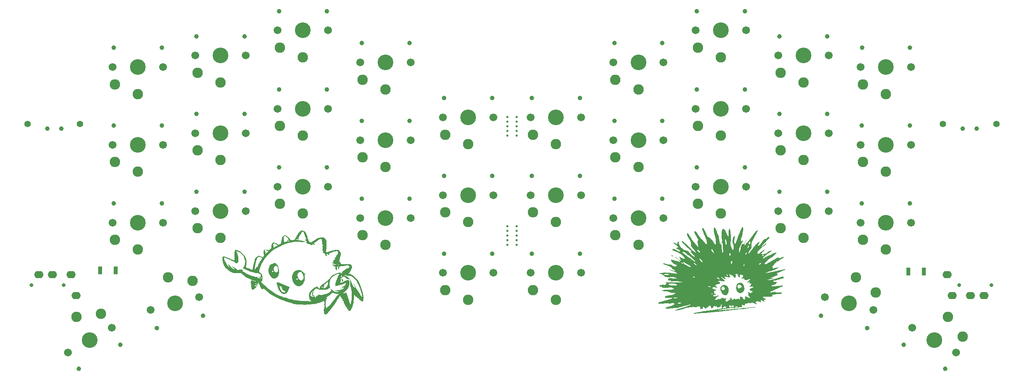
<source format=gbr>
%TF.GenerationSoftware,KiCad,Pcbnew,(6.0.7-1)-1*%
%TF.CreationDate,2022-08-06T17:31:22-07:00*%
%TF.ProjectId,sweepv2,73776565-7076-4322-9e6b-696361645f70,rev?*%
%TF.SameCoordinates,Original*%
%TF.FileFunction,Soldermask,Top*%
%TF.FilePolarity,Negative*%
%FSLAX46Y46*%
G04 Gerber Fmt 4.6, Leading zero omitted, Abs format (unit mm)*
G04 Created by KiCad (PCBNEW (6.0.7-1)-1) date 2022-08-06 17:31:22*
%MOMM*%
%LPD*%
G01*
G04 APERTURE LIST*
%ADD10C,0.800000*%
%ADD11O,2.000000X1.600000*%
%ADD12C,0.990600*%
%ADD13C,1.701800*%
%ADD14C,3.429000*%
%ADD15C,2.282000*%
%ADD16C,0.500000*%
%ADD17R,0.900000X1.700000*%
%ADD18C,1.397000*%
%ADD19C,1.000000*%
G04 APERTURE END LIST*
%TO.C,G\u002A\u002A\u002A*%
G36*
X78430442Y-77621731D02*
G01*
X78404889Y-77647284D01*
X78379336Y-77621731D01*
X78404889Y-77596177D01*
X78430442Y-77621731D01*
G37*
G36*
X97904168Y-89073276D02*
G01*
X97903094Y-89080714D01*
X97877667Y-89260968D01*
X97859326Y-89398663D01*
X97851978Y-89464516D01*
X97814913Y-89514295D01*
X97723944Y-89584896D01*
X97723658Y-89585083D01*
X97659231Y-89622035D01*
X97599887Y-89630225D01*
X97523954Y-89601458D01*
X97409755Y-89527541D01*
X97235619Y-89400279D01*
X97222921Y-89390837D01*
X97030277Y-89236759D01*
X96924902Y-89126336D01*
X96903563Y-89056218D01*
X96907660Y-89044146D01*
X96899017Y-88941750D01*
X96828199Y-88880205D01*
X96727686Y-88890174D01*
X96679480Y-88902295D01*
X96578991Y-88868494D01*
X96501052Y-88784098D01*
X96481731Y-88679938D01*
X96482578Y-88674752D01*
X96443440Y-88621548D01*
X96308538Y-88594008D01*
X96187770Y-88576241D01*
X96135303Y-88533677D01*
X96129665Y-88443033D01*
X96131006Y-88403658D01*
X96103992Y-88323629D01*
X96006888Y-88296305D01*
X95874883Y-88284901D01*
X95871346Y-88334944D01*
X95820067Y-89060560D01*
X95793264Y-89394695D01*
X95761014Y-89675610D01*
X95718413Y-89922021D01*
X95659442Y-90168469D01*
X95578083Y-90449497D01*
X95471474Y-90785435D01*
X95356534Y-91106351D01*
X95251034Y-91346120D01*
X95149521Y-91515231D01*
X95046545Y-91624171D01*
X94936653Y-91683430D01*
X94914988Y-91690163D01*
X94782958Y-91715320D01*
X94695252Y-91707020D01*
X94685493Y-91698155D01*
X94625955Y-91618050D01*
X94526662Y-91467584D01*
X94396142Y-91260217D01*
X94242918Y-91009409D01*
X94075516Y-90728620D01*
X94000700Y-90601317D01*
X93831510Y-90309278D01*
X93709365Y-90089775D01*
X93629198Y-89932372D01*
X93585940Y-89826628D01*
X93574524Y-89762107D01*
X93589882Y-89728370D01*
X93605457Y-89714758D01*
X93659993Y-89619369D01*
X93635272Y-89538282D01*
X93538712Y-89504024D01*
X93474294Y-89496443D01*
X93370441Y-89445004D01*
X93319865Y-89366671D01*
X93345526Y-89287211D01*
X93397027Y-89208446D01*
X93388075Y-89128445D01*
X93305014Y-89095171D01*
X93211959Y-89065103D01*
X93140564Y-88966453D01*
X93136245Y-88832379D01*
X93138150Y-88768833D01*
X93074660Y-88737425D01*
X93060689Y-88735635D01*
X92980654Y-88672242D01*
X92902603Y-88533518D01*
X92878751Y-88478959D01*
X92824695Y-88371883D01*
X92791107Y-88329091D01*
X92787724Y-88330069D01*
X92748069Y-88382535D01*
X92693597Y-88490454D01*
X92629376Y-88613083D01*
X92527339Y-88783537D01*
X92410419Y-88963191D01*
X92298611Y-89133689D01*
X92145922Y-89380025D01*
X92014005Y-89606238D01*
X91976010Y-89672072D01*
X91840963Y-89886835D01*
X91678990Y-90125421D01*
X91517268Y-90347284D01*
X91450553Y-90435424D01*
X91291026Y-90650690D01*
X91144232Y-90854267D01*
X91035194Y-91011670D01*
X90947767Y-91135535D01*
X90791262Y-91338670D01*
X90636409Y-91522737D01*
X90529693Y-91647121D01*
X90370672Y-91846402D01*
X90240194Y-92024885D01*
X90166523Y-92123323D01*
X90032278Y-92270534D01*
X89911549Y-92369664D01*
X89804979Y-92425477D01*
X89615286Y-92466525D01*
X89460234Y-92411409D01*
X89339820Y-92260128D01*
X89310399Y-92180054D01*
X89276412Y-91961894D01*
X89265050Y-91645899D01*
X89265112Y-91605440D01*
X89269533Y-91386501D01*
X89283444Y-91245298D01*
X89310364Y-91160645D01*
X89353808Y-91111357D01*
X89404556Y-91068185D01*
X89408175Y-91018201D01*
X89342347Y-90935714D01*
X89277160Y-90855684D01*
X89281475Y-90802542D01*
X89362932Y-90733851D01*
X89393654Y-90710471D01*
X89450978Y-90652794D01*
X89447807Y-90590194D01*
X89388308Y-90481180D01*
X89356558Y-90423756D01*
X89322757Y-90315300D01*
X89350373Y-90227571D01*
X89353856Y-90219517D01*
X89684427Y-90219517D01*
X89686898Y-90428185D01*
X89694221Y-90659269D01*
X89705103Y-90842806D01*
X89718280Y-90951465D01*
X89750563Y-91095686D01*
X89974613Y-90944950D01*
X90032337Y-90904487D01*
X90288476Y-90695049D01*
X90561207Y-90432595D01*
X90822589Y-90145408D01*
X91044682Y-89861771D01*
X91195251Y-89654342D01*
X91376046Y-89412950D01*
X91542523Y-89197385D01*
X91702708Y-88988021D01*
X91874551Y-88753048D01*
X92018954Y-88545775D01*
X92137431Y-88384685D01*
X92246744Y-88268653D01*
X92323131Y-88226358D01*
X92398382Y-88209321D01*
X92493659Y-88146586D01*
X92535875Y-88069814D01*
X92496837Y-88050524D01*
X92381012Y-88028408D01*
X92215257Y-88010190D01*
X92093074Y-87994657D01*
X91810080Y-87929093D01*
X91528363Y-87830561D01*
X91162086Y-87676668D01*
X91044051Y-87803419D01*
X91004524Y-87841912D01*
X90878399Y-87950185D01*
X90707495Y-88086425D01*
X90517163Y-88230104D01*
X90410590Y-88308903D01*
X90237711Y-88439446D01*
X90102429Y-88545024D01*
X90027362Y-88608178D01*
X89968889Y-88653753D01*
X89886819Y-88686318D01*
X89836463Y-88704361D01*
X89845880Y-88778294D01*
X89935263Y-88912097D01*
X89948086Y-88928774D01*
X90007844Y-89039580D01*
X89979536Y-89101480D01*
X89860935Y-89120725D01*
X89840978Y-89121431D01*
X89780373Y-89145520D01*
X89743610Y-89222207D01*
X89716710Y-89376258D01*
X89706170Y-89486214D01*
X89694490Y-89698516D01*
X89686812Y-89954186D01*
X89684427Y-90219517D01*
X89353856Y-90219517D01*
X89365439Y-90192733D01*
X89386833Y-90056798D01*
X89383535Y-89883650D01*
X89379966Y-89847370D01*
X89357028Y-89658517D01*
X89331818Y-89554843D01*
X89298607Y-89521600D01*
X89251669Y-89544039D01*
X89221670Y-89565259D01*
X89076896Y-89640676D01*
X88864025Y-89730092D01*
X88606001Y-89824901D01*
X88325767Y-89916493D01*
X88046266Y-89996263D01*
X87851514Y-90046196D01*
X87493512Y-90130187D01*
X87190099Y-90187641D01*
X86912780Y-90223530D01*
X86633058Y-90242826D01*
X86451001Y-90254151D01*
X86191700Y-90278263D01*
X85968672Y-90307060D01*
X85843559Y-90321318D01*
X85590986Y-90335117D01*
X85275557Y-90340867D01*
X84920396Y-90338781D01*
X84548625Y-90329069D01*
X84183367Y-90311945D01*
X83847746Y-90287619D01*
X83783871Y-90282181D01*
X83573736Y-90267627D01*
X83400449Y-90260410D01*
X83296430Y-90262033D01*
X83238382Y-90264623D01*
X83045483Y-90247451D01*
X82813972Y-90203551D01*
X82583707Y-90141427D01*
X82394546Y-90069585D01*
X82290914Y-90025211D01*
X82087615Y-89951560D01*
X81880141Y-89888416D01*
X81753475Y-89854336D01*
X81509343Y-89788438D01*
X81292414Y-89729657D01*
X81185807Y-89699125D01*
X80971442Y-89631671D01*
X80739294Y-89552973D01*
X80512416Y-89471422D01*
X80313865Y-89395405D01*
X80166696Y-89333315D01*
X80093963Y-89293540D01*
X80077286Y-89280627D01*
X79979855Y-89248491D01*
X79917334Y-89234429D01*
X79770451Y-89178827D01*
X79565775Y-89089172D01*
X79321125Y-88974278D01*
X79054321Y-88842956D01*
X78783183Y-88704021D01*
X78525530Y-88566284D01*
X78299183Y-88438559D01*
X78121962Y-88329658D01*
X77977988Y-88237185D01*
X77843923Y-88155701D01*
X77764215Y-88112894D01*
X77763851Y-88112743D01*
X77693885Y-88066655D01*
X77564042Y-87966542D01*
X77390720Y-87826078D01*
X77190318Y-87658936D01*
X76979233Y-87478792D01*
X76773862Y-87299320D01*
X76590603Y-87134194D01*
X76401105Y-86962806D01*
X76205892Y-86791310D01*
X76022354Y-86634446D01*
X75866519Y-86505701D01*
X75754416Y-86418563D01*
X75702074Y-86386519D01*
X75673307Y-86393392D01*
X75672176Y-86440315D01*
X75734095Y-86514369D01*
X75844993Y-86595025D01*
X75908048Y-86634711D01*
X76024345Y-86740998D01*
X76045368Y-86842896D01*
X75974993Y-86951023D01*
X75966125Y-86959737D01*
X75870769Y-87021511D01*
X75777593Y-87002312D01*
X75733766Y-86960468D01*
X75647415Y-86838180D01*
X75541216Y-86660943D01*
X75427190Y-86451128D01*
X75317356Y-86231103D01*
X75223735Y-86023237D01*
X75158346Y-85849900D01*
X75156387Y-85843821D01*
X75087599Y-85680460D01*
X74997908Y-85527708D01*
X74906431Y-85413861D01*
X74832280Y-85367214D01*
X74824767Y-85391915D01*
X74874717Y-85462385D01*
X74926586Y-85550390D01*
X74946521Y-85679589D01*
X74919487Y-85748610D01*
X74815057Y-85809736D01*
X74643896Y-85808547D01*
X74415692Y-85743870D01*
X74338785Y-85716952D01*
X74216546Y-85686207D01*
X74154289Y-85688293D01*
X74152457Y-85703469D01*
X74207374Y-85750744D01*
X74318963Y-85808602D01*
X74458983Y-85865019D01*
X74599189Y-85907972D01*
X74711339Y-85925437D01*
X74794365Y-85930502D01*
X74824886Y-85965108D01*
X74790124Y-86059698D01*
X74752772Y-86128601D01*
X74698457Y-86168938D01*
X74601934Y-86180109D01*
X74433473Y-86171427D01*
X74303238Y-86166091D01*
X74183625Y-86171878D01*
X74137485Y-86189810D01*
X74151505Y-86223467D01*
X74234116Y-86280861D01*
X74355702Y-86318962D01*
X74475405Y-86321810D01*
X74555086Y-86316889D01*
X74597444Y-86340721D01*
X74561302Y-86417151D01*
X74465469Y-86534386D01*
X74331766Y-86669747D01*
X74182015Y-86801159D01*
X74038042Y-86906546D01*
X73949580Y-86960432D01*
X73779410Y-87039252D01*
X73659363Y-87042121D01*
X73573393Y-86966075D01*
X73505452Y-86808149D01*
X73463429Y-86665598D01*
X73416976Y-86453928D01*
X73385313Y-86215084D01*
X73365426Y-85924106D01*
X73354302Y-85556036D01*
X73352797Y-85482559D01*
X73349487Y-85249348D01*
X73362465Y-85102783D01*
X73407703Y-85030467D01*
X73501171Y-85020005D01*
X73658838Y-85059000D01*
X73896675Y-85135059D01*
X74106697Y-85200840D01*
X74257439Y-85242912D01*
X74344083Y-85256906D01*
X74383615Y-85245424D01*
X74393018Y-85211067D01*
X74385890Y-85189001D01*
X74320739Y-85159960D01*
X74255268Y-85147729D01*
X74104692Y-85102544D01*
X73896213Y-85031292D01*
X73649897Y-84941631D01*
X73385815Y-84841221D01*
X73124033Y-84737723D01*
X73041235Y-84703510D01*
X75442873Y-84703510D01*
X75475069Y-84739999D01*
X75540515Y-84731277D01*
X75611374Y-84620936D01*
X75631417Y-84571712D01*
X75664970Y-84437727D01*
X75664765Y-84333263D01*
X75629043Y-84291147D01*
X75598238Y-84310691D01*
X75539772Y-84397008D01*
X75482687Y-84517170D01*
X75444537Y-84632298D01*
X75442873Y-84703510D01*
X73041235Y-84703510D01*
X72884621Y-84638796D01*
X72687647Y-84552101D01*
X72553179Y-84485296D01*
X72529896Y-84471998D01*
X72304466Y-84329744D01*
X72038103Y-84143807D01*
X71761356Y-83936935D01*
X71504772Y-83731873D01*
X71298898Y-83551367D01*
X71210218Y-83470305D01*
X71119614Y-83408265D01*
X71037915Y-83398054D01*
X70928211Y-83427321D01*
X70910581Y-83432563D01*
X70743273Y-83457731D01*
X70494877Y-83467615D01*
X70182797Y-83461419D01*
X69755514Y-83423021D01*
X69351630Y-83332834D01*
X68972806Y-83181017D01*
X68583167Y-82956240D01*
X68455241Y-82867555D01*
X68072145Y-82533802D01*
X67735458Y-82137334D01*
X67463637Y-81702195D01*
X67275138Y-81252424D01*
X67225339Y-81046282D01*
X67188278Y-80799106D01*
X67165092Y-80535471D01*
X67156556Y-80278800D01*
X67161701Y-80109783D01*
X67489052Y-80109783D01*
X67495476Y-80240036D01*
X67560131Y-80452260D01*
X67682713Y-80745510D01*
X67862916Y-81118843D01*
X67951592Y-81290528D01*
X68137754Y-81620924D01*
X68304745Y-81868924D01*
X68460222Y-82045178D01*
X68611842Y-82160334D01*
X68674855Y-82192404D01*
X68756564Y-82209953D01*
X68765829Y-82172343D01*
X68690641Y-82090253D01*
X68674340Y-82074803D01*
X68598823Y-81973986D01*
X68514904Y-81831220D01*
X68438772Y-81678311D01*
X68386613Y-81547067D01*
X68374615Y-81469294D01*
X68414793Y-81475536D01*
X68503070Y-81543937D01*
X68620282Y-81659717D01*
X68745407Y-81793390D01*
X68991085Y-82049982D01*
X69186917Y-82243790D01*
X69344308Y-82385335D01*
X69474663Y-82485139D01*
X69589387Y-82553722D01*
X69658807Y-82587056D01*
X69772969Y-82630954D01*
X69829749Y-82636441D01*
X69829541Y-82627369D01*
X69783147Y-82562950D01*
X69682059Y-82454422D01*
X69542146Y-82319283D01*
X69487708Y-82268328D01*
X69358657Y-82142206D01*
X69272973Y-82050307D01*
X69246949Y-82009718D01*
X69297576Y-82002109D01*
X69419444Y-82043011D01*
X69590060Y-82131716D01*
X69792261Y-82259072D01*
X70008880Y-82415929D01*
X70403214Y-82720675D01*
X70903247Y-82694636D01*
X71033666Y-82687338D01*
X71240310Y-82673556D01*
X71397913Y-82660212D01*
X71479939Y-82649390D01*
X71511294Y-82647579D01*
X71543382Y-82692757D01*
X71545776Y-82818159D01*
X71546276Y-82922405D01*
X71575870Y-83002370D01*
X71654393Y-83079321D01*
X71801309Y-83180885D01*
X71925544Y-83260468D01*
X72467325Y-83565822D01*
X73067798Y-83838792D01*
X73748345Y-84089354D01*
X73894352Y-84137887D01*
X74155568Y-84222892D01*
X74341389Y-84278881D01*
X74466419Y-84308946D01*
X74545261Y-84316179D01*
X74592518Y-84303672D01*
X74622792Y-84274517D01*
X74688389Y-84203155D01*
X74735367Y-84208643D01*
X74750764Y-84311233D01*
X74755089Y-84353144D01*
X74823138Y-84456810D01*
X74957437Y-84495574D01*
X74976423Y-84484737D01*
X75034476Y-84406789D01*
X75102271Y-84278370D01*
X75202111Y-84061167D01*
X75206418Y-84229802D01*
X75188407Y-84384990D01*
X75132752Y-84549218D01*
X75124209Y-84566350D01*
X75091085Y-84661278D01*
X75103718Y-84700000D01*
X75106763Y-84699860D01*
X75177122Y-84650997D01*
X75264344Y-84532240D01*
X75355204Y-84369755D01*
X75436476Y-84189707D01*
X75494938Y-84018260D01*
X75517364Y-83881580D01*
X75485377Y-83796455D01*
X75381276Y-83684955D01*
X75232954Y-83580700D01*
X75069506Y-83503569D01*
X74920027Y-83473441D01*
X74869696Y-83470867D01*
X74687051Y-83444533D01*
X74438020Y-83394205D01*
X74144459Y-83325428D01*
X73828224Y-83243746D01*
X73561498Y-83168837D01*
X75180142Y-83168837D01*
X75210518Y-83229606D01*
X75283359Y-83267484D01*
X75420085Y-83340282D01*
X75612088Y-83523514D01*
X75763409Y-83770644D01*
X75801167Y-83881580D01*
X75861715Y-84059475D01*
X75894675Y-84367807D01*
X75893024Y-84429424D01*
X75892228Y-84437727D01*
X75868523Y-84685143D01*
X75820632Y-84918671D01*
X75756073Y-85103351D01*
X75681573Y-85212526D01*
X75640020Y-85247371D01*
X75607666Y-85296533D01*
X75629575Y-85359781D01*
X75709382Y-85470880D01*
X75726761Y-85493766D01*
X75987612Y-85799559D01*
X76289927Y-86099506D01*
X76590603Y-86350579D01*
X76736142Y-86461593D01*
X76857474Y-86559465D01*
X76922796Y-86618841D01*
X76941629Y-86639183D01*
X77062771Y-86748231D01*
X77248624Y-86897298D01*
X77482258Y-87074358D01*
X77746749Y-87267390D01*
X78025167Y-87464370D01*
X78300586Y-87653276D01*
X78556078Y-87822083D01*
X78774717Y-87958769D01*
X78939574Y-88051312D01*
X78952055Y-88057572D01*
X79326240Y-88237428D01*
X79697595Y-88402092D01*
X80048729Y-88544832D01*
X80362252Y-88658916D01*
X80620773Y-88737612D01*
X80806901Y-88774187D01*
X80942434Y-88791318D01*
X81121307Y-88827368D01*
X81244261Y-88868368D01*
X81355913Y-88919027D01*
X81546628Y-88993425D01*
X81760778Y-89068139D01*
X81968823Y-89133490D01*
X82141223Y-89179798D01*
X82248438Y-89197385D01*
X82267265Y-89198173D01*
X82404095Y-89224597D01*
X82558945Y-89276854D01*
X82630504Y-89300010D01*
X82809694Y-89338641D01*
X83038806Y-89373812D01*
X83285573Y-89400054D01*
X83448792Y-89414051D01*
X83664742Y-89434825D01*
X83832183Y-89453628D01*
X83924406Y-89467634D01*
X83925727Y-89467931D01*
X84017339Y-89478724D01*
X84199661Y-89492184D01*
X84461600Y-89507738D01*
X84792063Y-89524810D01*
X85179956Y-89542828D01*
X85614187Y-89561217D01*
X86083662Y-89579402D01*
X86152940Y-89581566D01*
X86332843Y-89582897D01*
X86458217Y-89577310D01*
X86505291Y-89565582D01*
X86480535Y-89522342D01*
X86405332Y-89421920D01*
X86297290Y-89289479D01*
X86236128Y-89213028D01*
X86132077Y-89047415D01*
X86103049Y-88928443D01*
X86096184Y-88826898D01*
X86049248Y-88690740D01*
X86005271Y-88552313D01*
X85993131Y-88332193D01*
X86007955Y-88200097D01*
X86372688Y-88200097D01*
X86388055Y-88359768D01*
X86470247Y-88470984D01*
X86484210Y-88479996D01*
X86580661Y-88519839D01*
X86720451Y-88562619D01*
X86868551Y-88599383D01*
X86989930Y-88621176D01*
X87049558Y-88619047D01*
X87049759Y-88618836D01*
X87047846Y-88561060D01*
X87014953Y-88452644D01*
X87008224Y-88433287D01*
X86986208Y-88309394D01*
X86990671Y-88190323D01*
X87017373Y-88108227D01*
X87062074Y-88095261D01*
X87068613Y-88101094D01*
X87104729Y-88179670D01*
X87135212Y-88309106D01*
X87136815Y-88318312D01*
X87192247Y-88481788D01*
X87278776Y-88616987D01*
X87363029Y-88694935D01*
X87457291Y-88738723D01*
X87506755Y-88696986D01*
X87503523Y-88571328D01*
X87487206Y-88472146D01*
X87497135Y-88445443D01*
X87542814Y-88493830D01*
X87556984Y-88510478D01*
X87599893Y-88538677D01*
X87656500Y-88523985D01*
X87746651Y-88456932D01*
X87890192Y-88328047D01*
X87908601Y-88311148D01*
X88044168Y-88190813D01*
X88147799Y-88105717D01*
X88198329Y-88073353D01*
X88226624Y-88085967D01*
X88294024Y-88149698D01*
X88349521Y-88186392D01*
X88495080Y-88218104D01*
X88687085Y-88221197D01*
X88894472Y-88195948D01*
X89086177Y-88142634D01*
X89193993Y-88107425D01*
X89398205Y-88057033D01*
X89608897Y-88019224D01*
X89680588Y-88007549D01*
X89906048Y-87943945D01*
X90132349Y-87832786D01*
X90379687Y-87662691D01*
X90668256Y-87422281D01*
X90912917Y-87205930D01*
X90825663Y-87022054D01*
X90809507Y-86985443D01*
X90776068Y-86874250D01*
X90774706Y-86802293D01*
X90801923Y-86789797D01*
X90854219Y-86856985D01*
X90861447Y-86869686D01*
X91054930Y-87116990D01*
X91310978Y-87318314D01*
X91607067Y-87465031D01*
X91920670Y-87548514D01*
X92229263Y-87560136D01*
X92510322Y-87491269D01*
X92518223Y-87487843D01*
X92576421Y-87458501D01*
X92582376Y-87438205D01*
X92523618Y-87423627D01*
X92387677Y-87411439D01*
X92162081Y-87398311D01*
X92039339Y-87390781D01*
X91799253Y-87367857D01*
X91654724Y-87340695D01*
X91607048Y-87311373D01*
X91657516Y-87281970D01*
X91807425Y-87254565D01*
X92058067Y-87231236D01*
X92362383Y-87203100D01*
X92771792Y-87131788D01*
X93106073Y-87023151D01*
X93379225Y-86872143D01*
X93605246Y-86673721D01*
X93672588Y-86599499D01*
X93700151Y-86556849D01*
X93668228Y-86554066D01*
X93565121Y-86590781D01*
X93379134Y-86666630D01*
X93243232Y-86720249D01*
X93080821Y-86774778D01*
X92989062Y-86791560D01*
X92975667Y-86769632D01*
X93048346Y-86708027D01*
X93150562Y-86632249D01*
X93244364Y-86552585D01*
X93299659Y-86507097D01*
X93423704Y-86417915D01*
X93576557Y-86316197D01*
X93695496Y-86236534D01*
X93824494Y-86141211D01*
X93897664Y-86075563D01*
X93936480Y-86009277D01*
X93983349Y-85890511D01*
X94020096Y-85763106D01*
X94037125Y-85661447D01*
X94024839Y-85619920D01*
X94005917Y-85624361D01*
X93908142Y-85658355D01*
X93750493Y-85718550D01*
X93556222Y-85796202D01*
X93374902Y-85867001D01*
X93040094Y-85983541D01*
X92709954Y-86082347D01*
X92402437Y-86159151D01*
X92135500Y-86209683D01*
X91927099Y-86229674D01*
X91795190Y-86214857D01*
X91791894Y-86213559D01*
X91741729Y-86173283D01*
X91725615Y-86089564D01*
X91737798Y-85934276D01*
X91770099Y-85737870D01*
X91868340Y-85350225D01*
X92009270Y-84931879D01*
X92180443Y-84514807D01*
X92369414Y-84130984D01*
X92563737Y-83812383D01*
X92611989Y-83729503D01*
X92624574Y-83630345D01*
X92558062Y-83580922D01*
X92419283Y-83582051D01*
X92215061Y-83634549D01*
X91952225Y-83739232D01*
X91737481Y-83843839D01*
X91326557Y-84101887D01*
X91003574Y-84400022D01*
X90761779Y-84745231D01*
X90594420Y-85144503D01*
X90569492Y-85232409D01*
X90553683Y-85317032D01*
X90510718Y-85547022D01*
X90492693Y-85861238D01*
X90515775Y-86144101D01*
X90580321Y-86364655D01*
X90669032Y-86550685D01*
X90516623Y-86672211D01*
X90410653Y-86745796D01*
X90236739Y-86849530D01*
X90047943Y-86949438D01*
X89898951Y-87019009D01*
X89767877Y-87065340D01*
X89629529Y-87091045D01*
X89452279Y-87101908D01*
X89204497Y-87103716D01*
X89064152Y-87101758D01*
X88821264Y-87091550D01*
X88612901Y-87074705D01*
X88472897Y-87053544D01*
X88404888Y-87039156D01*
X88264943Y-87033694D01*
X88153481Y-87080135D01*
X88073930Y-87118481D01*
X88038491Y-87106207D01*
X88040619Y-87090957D01*
X88090431Y-87024837D01*
X88107473Y-87012239D01*
X88120585Y-86959014D01*
X88056048Y-86915561D01*
X87933261Y-86897586D01*
X87827297Y-86882637D01*
X87782957Y-86846479D01*
X87739960Y-86810610D01*
X87634374Y-86795372D01*
X87622094Y-86795614D01*
X87516473Y-86822158D01*
X87400820Y-86903464D01*
X87252338Y-87055027D01*
X87152853Y-87172479D01*
X87035112Y-87349749D01*
X86957032Y-87541672D01*
X86908037Y-87777333D01*
X86877554Y-88085815D01*
X86870695Y-88173011D01*
X86846082Y-88367470D01*
X86815748Y-88465992D01*
X86780696Y-88466495D01*
X86741930Y-88366902D01*
X86719538Y-88233464D01*
X86722567Y-87964193D01*
X86770097Y-87673767D01*
X86854435Y-87402254D01*
X86967891Y-87189725D01*
X86982947Y-87168777D01*
X87041008Y-87070776D01*
X87051583Y-87017988D01*
X87046051Y-87014008D01*
X86986256Y-87036405D01*
X86894583Y-87132033D01*
X86782835Y-87284984D01*
X86662811Y-87479346D01*
X86546312Y-87699212D01*
X86545916Y-87700023D01*
X86425018Y-87983129D01*
X86372688Y-88200097D01*
X86007955Y-88200097D01*
X86020880Y-88084922D01*
X86084247Y-87844909D01*
X86178955Y-87646561D01*
X86348290Y-87413289D01*
X86642671Y-87084465D01*
X86964445Y-86798805D01*
X87285153Y-86583656D01*
X87501254Y-86474133D01*
X87699222Y-86405320D01*
X87847003Y-86403720D01*
X87959506Y-86469724D01*
X88051641Y-86603723D01*
X88130628Y-86724558D01*
X88229497Y-86790964D01*
X88319389Y-86759402D01*
X88332771Y-86735548D01*
X88772073Y-86735548D01*
X88778593Y-86789476D01*
X88836610Y-86777470D01*
X88926388Y-86700307D01*
X88934623Y-86690984D01*
X88957269Y-86646629D01*
X89177197Y-86646629D01*
X89219205Y-86697493D01*
X89223050Y-86699897D01*
X89343258Y-86739871D01*
X89476228Y-86706413D01*
X89644434Y-86594058D01*
X89771455Y-86487238D01*
X89966481Y-86278111D01*
X90090021Y-86054822D01*
X90154870Y-85789856D01*
X90173823Y-85455699D01*
X90173923Y-85317032D01*
X89951558Y-85481253D01*
X89877908Y-85535551D01*
X89704497Y-85662873D01*
X89557747Y-85770005D01*
X89520632Y-85798538D01*
X89429542Y-85891382D01*
X89354158Y-86016750D01*
X89282806Y-86197257D01*
X89203807Y-86455519D01*
X89179170Y-86554783D01*
X89178357Y-86592629D01*
X89177197Y-86646629D01*
X88957269Y-86646629D01*
X88984839Y-86592629D01*
X88961128Y-86470327D01*
X88939763Y-86420580D01*
X88881791Y-86344629D01*
X88837887Y-86363271D01*
X88821672Y-86475956D01*
X88813531Y-86586605D01*
X88783316Y-86705936D01*
X88772073Y-86735548D01*
X88332771Y-86735548D01*
X88392389Y-86629276D01*
X88476436Y-86440237D01*
X88641679Y-86186103D01*
X88841542Y-85964354D01*
X89048854Y-85808944D01*
X89081420Y-85790361D01*
X89250641Y-85681737D01*
X89451881Y-85539098D01*
X89648350Y-85388261D01*
X89712299Y-85337320D01*
X89886784Y-85203251D01*
X90036256Y-85095000D01*
X90133863Y-85032259D01*
X90159405Y-85015028D01*
X90259195Y-84917022D01*
X90383717Y-84765439D01*
X90511956Y-84585132D01*
X90549811Y-84529472D01*
X90691550Y-84343098D01*
X90832260Y-84186011D01*
X90946363Y-84087511D01*
X90974512Y-84069327D01*
X91131476Y-83966583D01*
X91265439Y-83877078D01*
X91410792Y-83790869D01*
X91657483Y-83671869D01*
X91941488Y-83555158D01*
X92231168Y-83452625D01*
X92494886Y-83376158D01*
X92701004Y-83337645D01*
X92721004Y-83335789D01*
X92890609Y-83323483D01*
X92988676Y-83330477D01*
X93042656Y-83363368D01*
X93080001Y-83428757D01*
X93084344Y-83438497D01*
X93106059Y-83501464D01*
X93116401Y-83577898D01*
X93114306Y-83685276D01*
X93098708Y-83841070D01*
X93068542Y-84062756D01*
X93022742Y-84367807D01*
X93015929Y-84412805D01*
X92977133Y-84689119D01*
X92944167Y-84956585D01*
X92918820Y-85196747D01*
X92902880Y-85391145D01*
X92898136Y-85521320D01*
X92906375Y-85568813D01*
X92934395Y-85559161D01*
X93043143Y-85515497D01*
X93218315Y-85442717D01*
X93443826Y-85347524D01*
X93703591Y-85236620D01*
X93881663Y-85161315D01*
X94132328Y-85059267D01*
X94343877Y-84977840D01*
X94498183Y-84923929D01*
X94577119Y-84904427D01*
X94661863Y-84932388D01*
X94756116Y-85018012D01*
X94781180Y-85067621D01*
X94818829Y-85233391D01*
X94834790Y-85456827D01*
X94830204Y-85661447D01*
X94829134Y-85709175D01*
X94801930Y-85961682D01*
X94753251Y-86185594D01*
X94639161Y-86466877D01*
X94450121Y-86790735D01*
X94213049Y-87109348D01*
X93949304Y-87394228D01*
X93680241Y-87616886D01*
X93594335Y-87679716D01*
X93494636Y-87765964D01*
X93455794Y-87819960D01*
X93460404Y-87837684D01*
X93524590Y-87867481D01*
X93638571Y-87861947D01*
X93769204Y-87825526D01*
X93883348Y-87762659D01*
X93889633Y-87757798D01*
X94005205Y-87691337D01*
X94097923Y-87673222D01*
X94097940Y-87673226D01*
X94131799Y-87701579D01*
X94176403Y-87779139D01*
X94234247Y-87912911D01*
X94292854Y-88069814D01*
X94307827Y-88109900D01*
X94399639Y-88377110D01*
X94512179Y-88721547D01*
X94647944Y-89150216D01*
X94809428Y-89670121D01*
X94814386Y-89686149D01*
X94888048Y-89913716D01*
X94954041Y-90099491D01*
X95005322Y-90224714D01*
X95034851Y-90270624D01*
X95074124Y-90228485D01*
X95128194Y-90086617D01*
X95193379Y-89846165D01*
X95269208Y-89508656D01*
X95317373Y-89195480D01*
X95346334Y-88785994D01*
X95350889Y-88334944D01*
X95332572Y-87866102D01*
X95292918Y-87403242D01*
X95233463Y-86970139D01*
X95155741Y-86590565D01*
X95061287Y-86288295D01*
X95023145Y-86173624D01*
X94998634Y-86027888D01*
X94992973Y-85840126D01*
X95003756Y-85580727D01*
X95012997Y-85344470D01*
X95001215Y-85096530D01*
X94954388Y-84926098D01*
X94865167Y-84820298D01*
X94726204Y-84766259D01*
X94530148Y-84751107D01*
X94399971Y-84737990D01*
X94289887Y-84681450D01*
X94168386Y-84559457D01*
X94050523Y-84433082D01*
X93846178Y-84267744D01*
X93658587Y-84196574D01*
X93479077Y-84217260D01*
X93298975Y-84327487D01*
X93134314Y-84466041D01*
X93171599Y-84217408D01*
X93171973Y-84214895D01*
X93192822Y-84034728D01*
X93200355Y-83942722D01*
X93631453Y-83942722D01*
X93675105Y-83973146D01*
X93798505Y-83984507D01*
X94045503Y-84028664D01*
X94313305Y-84162004D01*
X94580429Y-84373144D01*
X94836351Y-84650605D01*
X95070548Y-84982907D01*
X95272498Y-85358571D01*
X95431676Y-85766118D01*
X95440900Y-85794744D01*
X95514023Y-85997184D01*
X95593346Y-86148415D01*
X95703372Y-86286835D01*
X95868602Y-86450844D01*
X95923533Y-86502274D01*
X96057273Y-86623863D01*
X96153044Y-86705574D01*
X96192984Y-86731931D01*
X96192450Y-86726579D01*
X96163808Y-86655002D01*
X96099700Y-86513949D01*
X96007994Y-86320418D01*
X95896554Y-86091406D01*
X95862902Y-86022506D01*
X95758095Y-85800013D01*
X95677303Y-85616160D01*
X95627958Y-85488440D01*
X95617489Y-85434348D01*
X95633902Y-85446874D01*
X95690529Y-85532802D01*
X95778202Y-85686404D01*
X95888714Y-85893101D01*
X96013857Y-86138315D01*
X96069381Y-86247795D01*
X96220796Y-86532978D01*
X96373923Y-86805065D01*
X96513617Y-87037624D01*
X96624730Y-87204226D01*
X96730323Y-87357084D01*
X96879314Y-87590450D01*
X97037595Y-87852883D01*
X97184782Y-88111368D01*
X97202971Y-88144328D01*
X97324199Y-88356017D01*
X97430244Y-88528214D01*
X97510236Y-88643966D01*
X97553310Y-88686318D01*
X97580652Y-88666108D01*
X97598299Y-88565765D01*
X97590135Y-88396627D01*
X97559618Y-88175846D01*
X97510204Y-87920573D01*
X97445351Y-87647960D01*
X97368516Y-87375156D01*
X97283158Y-87119315D01*
X97192733Y-86897586D01*
X97158535Y-86819887D01*
X97106482Y-86682897D01*
X97085488Y-86597948D01*
X97078122Y-86569397D01*
X97033733Y-86457196D01*
X96955944Y-86280898D01*
X96852555Y-86057949D01*
X96731364Y-85805795D01*
X96632779Y-85606285D01*
X96504900Y-85360655D01*
X96392884Y-85170036D01*
X96281310Y-85011068D01*
X96154755Y-84860390D01*
X95997797Y-84694642D01*
X95745127Y-84453447D01*
X95472756Y-84244650D01*
X95208117Y-84107703D01*
X94930306Y-84032196D01*
X94618420Y-84007719D01*
X94408973Y-83998942D01*
X94245311Y-83976484D01*
X94161016Y-83943572D01*
X94110220Y-83915695D01*
X93984982Y-83890083D01*
X93836659Y-83883968D01*
X93706229Y-83898143D01*
X93634668Y-83933401D01*
X93631453Y-83942722D01*
X93200355Y-83942722D01*
X93211809Y-83802822D01*
X93224867Y-83568714D01*
X93240850Y-83168655D01*
X93514419Y-82935127D01*
X93790425Y-82718208D01*
X94154849Y-82496101D01*
X94528462Y-82345548D01*
X94545803Y-82340177D01*
X94696803Y-82289301D01*
X94775473Y-82241907D01*
X94805388Y-82174341D01*
X94810120Y-82062951D01*
X94805947Y-81974164D01*
X94768229Y-81866083D01*
X94673210Y-81790655D01*
X94607212Y-81759062D01*
X94512923Y-81739650D01*
X94383810Y-81746530D01*
X94187697Y-81778923D01*
X94066333Y-81799980D01*
X93820128Y-81837899D01*
X93538365Y-81877209D01*
X93261180Y-81912139D01*
X93051379Y-81938512D01*
X92853604Y-81967017D01*
X92714485Y-81991315D01*
X92655502Y-82008006D01*
X92642659Y-82038040D01*
X92618152Y-82147519D01*
X92594583Y-82303240D01*
X92562372Y-82475240D01*
X92514625Y-82573545D01*
X92456682Y-82574523D01*
X92391361Y-82475780D01*
X92364289Y-82409215D01*
X92335366Y-82231193D01*
X92391925Y-82104635D01*
X92394216Y-82102324D01*
X92433052Y-82036378D01*
X92383753Y-82013120D01*
X92252219Y-82035472D01*
X92248823Y-82036394D01*
X92152121Y-82075083D01*
X92111478Y-82143100D01*
X92104823Y-82276538D01*
X92104914Y-82281570D01*
X92113924Y-82479760D01*
X92130377Y-82675903D01*
X92133689Y-82812619D01*
X92099553Y-82885048D01*
X92027356Y-82863176D01*
X91920056Y-82746018D01*
X91843281Y-82620020D01*
X91806975Y-82480792D01*
X91800478Y-82285212D01*
X91806127Y-81991348D01*
X91643290Y-81991348D01*
X91483324Y-81952824D01*
X91327346Y-81825113D01*
X91211772Y-81620825D01*
X91211647Y-81620497D01*
X91179784Y-81521458D01*
X91177739Y-81480282D01*
X91209360Y-81491237D01*
X91312083Y-81535076D01*
X91457466Y-81600980D01*
X91548168Y-81638946D01*
X91720432Y-81689434D01*
X91845841Y-81697235D01*
X91854387Y-81695155D01*
X92339951Y-81695155D01*
X92383258Y-81731239D01*
X92484768Y-81685381D01*
X92532953Y-81630747D01*
X92504752Y-81545620D01*
X92435363Y-81473150D01*
X92376090Y-81492196D01*
X92340830Y-81606460D01*
X92339951Y-81695155D01*
X91854387Y-81695155D01*
X91883879Y-81687977D01*
X91961302Y-81645339D01*
X91961518Y-81602197D01*
X91877848Y-81582495D01*
X91867977Y-81582119D01*
X91746920Y-81553661D01*
X91580429Y-81491354D01*
X91404254Y-81411281D01*
X91254143Y-81329526D01*
X91165845Y-81262170D01*
X91156924Y-81250037D01*
X91130682Y-81153571D01*
X91153577Y-81061423D01*
X91215930Y-81020322D01*
X91260714Y-81029419D01*
X91360680Y-81071567D01*
X91436955Y-81099202D01*
X91482754Y-81078861D01*
X91464248Y-81015055D01*
X91378573Y-80930384D01*
X91242878Y-80831537D01*
X91363026Y-80617762D01*
X91409378Y-80540971D01*
X91491718Y-80447039D01*
X91562341Y-80436867D01*
X91606176Y-80453907D01*
X91730945Y-80495461D01*
X91790990Y-80496248D01*
X91820517Y-80448015D01*
X91794905Y-80373164D01*
X91716576Y-80303977D01*
X91705613Y-80298091D01*
X91645508Y-80256691D01*
X91647498Y-80206536D01*
X91710396Y-80110529D01*
X91790124Y-79990887D01*
X91909727Y-79797615D01*
X92039435Y-79577697D01*
X92162999Y-79359350D01*
X92264171Y-79170792D01*
X92326701Y-79040241D01*
X92359897Y-78947084D01*
X92362472Y-78848129D01*
X92307602Y-78741510D01*
X92271523Y-78691546D01*
X92186340Y-78632349D01*
X92058771Y-78636416D01*
X92004545Y-78645358D01*
X91829787Y-78671826D01*
X91641509Y-78698062D01*
X91557081Y-78714244D01*
X91360016Y-78768902D01*
X91124502Y-78848311D01*
X90884858Y-78941432D01*
X90884666Y-78941512D01*
X90661178Y-79037212D01*
X90517593Y-79106643D01*
X90438448Y-79160284D01*
X90408281Y-79208612D01*
X90411628Y-79262105D01*
X90415902Y-79332938D01*
X90357818Y-79441016D01*
X90336419Y-79457782D01*
X90270764Y-79476653D01*
X90204992Y-79411543D01*
X90161157Y-79342752D01*
X90133863Y-79272928D01*
X90102888Y-79243149D01*
X90014812Y-79232491D01*
X89915666Y-79246354D01*
X89852561Y-79283045D01*
X89849103Y-79292092D01*
X89865985Y-79374284D01*
X89929436Y-79487123D01*
X89950778Y-79518440D01*
X90006011Y-79644255D01*
X89973761Y-79718369D01*
X89853470Y-79742656D01*
X89755868Y-79716047D01*
X89636483Y-79618359D01*
X89553691Y-79482410D01*
X89536022Y-79344027D01*
X89532347Y-79248552D01*
X89450318Y-79176914D01*
X89375588Y-79142028D01*
X89239497Y-79070333D01*
X89167800Y-79030331D01*
X89063665Y-78977123D01*
X89058405Y-78974617D01*
X88985822Y-78913419D01*
X88972926Y-78851202D01*
X89027795Y-78822737D01*
X89036019Y-78822590D01*
X89126124Y-78787038D01*
X89138882Y-78708333D01*
X89068755Y-78614618D01*
X89058092Y-78605701D01*
X88996391Y-78528773D01*
X88966325Y-78415814D01*
X88958410Y-78234127D01*
X88958890Y-78166838D01*
X88967447Y-78031823D01*
X88990992Y-77973323D01*
X89035070Y-77972405D01*
X89080303Y-77980926D01*
X89110278Y-77948444D01*
X89085101Y-77882388D01*
X89009517Y-77812464D01*
X89005637Y-77809959D01*
X88937378Y-77728035D01*
X88908265Y-77623029D01*
X88921665Y-77532489D01*
X88980947Y-77493964D01*
X88982809Y-77493956D01*
X89073524Y-77460280D01*
X89089225Y-77382141D01*
X89023438Y-77290533D01*
X89005787Y-77274793D01*
X88959366Y-77208250D01*
X88924626Y-77101481D01*
X88896314Y-76933849D01*
X88869174Y-76684720D01*
X88863870Y-76631068D01*
X88823132Y-76332422D01*
X88767076Y-76127550D01*
X88687875Y-76009286D01*
X88577702Y-75970466D01*
X88428731Y-76003926D01*
X88233135Y-76102502D01*
X88162739Y-76144554D01*
X87997114Y-76248577D01*
X87806031Y-76373170D01*
X87608056Y-76505681D01*
X87421756Y-76633462D01*
X87265698Y-76743861D01*
X87158447Y-76824228D01*
X87118571Y-76861913D01*
X87119434Y-76865969D01*
X87155065Y-76928392D01*
X87226803Y-77031215D01*
X87289776Y-77142110D01*
X87298392Y-77242103D01*
X87243589Y-77285874D01*
X87143294Y-77262433D01*
X87015435Y-77160789D01*
X86974909Y-77120317D01*
X86872655Y-77056309D01*
X86803044Y-77087948D01*
X86760431Y-77216470D01*
X86746106Y-77273273D01*
X86677250Y-77365576D01*
X86573473Y-77366183D01*
X86446111Y-77273055D01*
X86318200Y-77182547D01*
X86121992Y-77122122D01*
X85914388Y-77079402D01*
X85670213Y-76986985D01*
X85474928Y-76864928D01*
X85355185Y-76726963D01*
X85346217Y-76709585D01*
X85301504Y-76615415D01*
X85307237Y-76590074D01*
X85365068Y-76614788D01*
X85426254Y-76637123D01*
X85521489Y-76639540D01*
X85548632Y-76626851D01*
X85582607Y-76560473D01*
X85525246Y-76463884D01*
X85379368Y-76342971D01*
X85265213Y-76251121D01*
X85201980Y-76163690D01*
X85220333Y-76110098D01*
X85322696Y-76100706D01*
X85389180Y-76104110D01*
X85432052Y-76093610D01*
X85429050Y-76076289D01*
X85399294Y-75976137D01*
X85344051Y-75811226D01*
X85271206Y-75603292D01*
X85188644Y-75374072D01*
X85104249Y-75145301D01*
X85025907Y-74938717D01*
X84961503Y-74776055D01*
X84918921Y-74679052D01*
X84899779Y-74643756D01*
X84803276Y-74503102D01*
X84706837Y-74406066D01*
X84666713Y-74379643D01*
X84580971Y-74353886D01*
X84488949Y-74397344D01*
X84426240Y-74462281D01*
X84400648Y-74555498D01*
X84388400Y-74626052D01*
X84315834Y-74713822D01*
X84285043Y-74743636D01*
X84201256Y-74855986D01*
X84096405Y-75019539D01*
X83985831Y-75207713D01*
X83884874Y-75393924D01*
X83808878Y-75551589D01*
X83773182Y-75654125D01*
X83757718Y-75690553D01*
X83680256Y-75731437D01*
X83655052Y-75733054D01*
X83580282Y-75757128D01*
X83552718Y-75791814D01*
X83596472Y-75813497D01*
X83624600Y-75815054D01*
X83715296Y-75810799D01*
X83759326Y-75823155D01*
X83819601Y-75898307D01*
X83846964Y-76003587D01*
X83840335Y-76030100D01*
X83781128Y-76051649D01*
X83644430Y-76037612D01*
X83625053Y-76034565D01*
X83454597Y-76023975D01*
X83295581Y-76037529D01*
X83178101Y-76070497D01*
X83132253Y-76118145D01*
X83135381Y-76126636D01*
X83200658Y-76154706D01*
X83323903Y-76166882D01*
X83458786Y-76176852D01*
X83659811Y-76204184D01*
X83901772Y-76244671D01*
X84164402Y-76294126D01*
X84427435Y-76348362D01*
X84670605Y-76403190D01*
X84672491Y-76403666D01*
X84873646Y-76454424D01*
X85016291Y-76497876D01*
X85078274Y-76529359D01*
X85080874Y-76533887D01*
X85069814Y-76597986D01*
X84962502Y-76661996D01*
X84947845Y-76667948D01*
X84852184Y-76694406D01*
X84734071Y-76700702D01*
X84567684Y-76686388D01*
X84327195Y-76651018D01*
X83975256Y-76603584D01*
X83646146Y-76581763D01*
X83309746Y-76585986D01*
X82935641Y-76616635D01*
X82493420Y-76674093D01*
X82064759Y-76746175D01*
X81290050Y-76932952D01*
X80564959Y-77188766D01*
X80202303Y-77361299D01*
X79866676Y-77520973D01*
X79757999Y-77577017D01*
X79561451Y-77673679D01*
X79325837Y-77786191D01*
X79081262Y-77900025D01*
X78913339Y-77980886D01*
X78628581Y-78131191D01*
X78355611Y-78289040D01*
X78135789Y-78431194D01*
X78019646Y-78517921D01*
X77760792Y-78735046D01*
X77476715Y-78997764D01*
X77188695Y-79284530D01*
X76918006Y-79573799D01*
X76685926Y-79844027D01*
X76513732Y-80073668D01*
X76444788Y-80174992D01*
X76403048Y-80236336D01*
X76261306Y-80438730D01*
X76141266Y-80604248D01*
X76098442Y-80666127D01*
X75985765Y-80853490D01*
X75854592Y-81094595D01*
X75718777Y-81361742D01*
X75592172Y-81627234D01*
X75488629Y-81863372D01*
X75422001Y-82042455D01*
X75337705Y-82323210D01*
X75266070Y-82585397D01*
X75218966Y-82795351D01*
X75190536Y-82976707D01*
X75182059Y-83053310D01*
X75180142Y-83168837D01*
X73561498Y-83168837D01*
X73511171Y-83154703D01*
X73215155Y-83063845D01*
X72962032Y-82976716D01*
X72882604Y-82946725D01*
X72590227Y-82828880D01*
X72310660Y-82705674D01*
X72060482Y-82585361D01*
X71856269Y-82476197D01*
X71714598Y-82386437D01*
X71652046Y-82324336D01*
X71649495Y-82299549D01*
X71682789Y-82198120D01*
X71760280Y-82073529D01*
X71951100Y-81743607D01*
X72065120Y-81361990D01*
X72096299Y-80952213D01*
X72040893Y-80534809D01*
X71996619Y-80382385D01*
X71888175Y-80103131D01*
X71750636Y-79818674D01*
X71601514Y-79563911D01*
X71458317Y-79373740D01*
X71342132Y-79264306D01*
X71170968Y-79129746D01*
X70971102Y-78989934D01*
X70760916Y-78856008D01*
X70558791Y-78739107D01*
X70383107Y-78650367D01*
X70252246Y-78600927D01*
X70184588Y-78601925D01*
X70184940Y-78650023D01*
X70230473Y-78742943D01*
X70260079Y-78791840D01*
X70364312Y-79022349D01*
X70458953Y-79314975D01*
X70539095Y-79643620D01*
X70599831Y-79982187D01*
X70636256Y-80304579D01*
X70643463Y-80584698D01*
X70616545Y-80796447D01*
X70569152Y-80938410D01*
X70459802Y-81134393D01*
X70327168Y-81253713D01*
X70182434Y-81288026D01*
X70036784Y-81228987D01*
X69842979Y-81095876D01*
X69582058Y-80937753D01*
X69287538Y-80773857D01*
X68990039Y-80621215D01*
X68720181Y-80496856D01*
X68411126Y-80366591D01*
X68097747Y-80238423D01*
X67861157Y-80147503D01*
X67692461Y-80090632D01*
X67582768Y-80064610D01*
X67523184Y-80066239D01*
X67489052Y-80109783D01*
X67161701Y-80109783D01*
X67163444Y-80052518D01*
X67186532Y-79880048D01*
X67226593Y-79784815D01*
X67267371Y-79770061D01*
X67398372Y-79779817D01*
X67597757Y-79826167D01*
X67851049Y-79904139D01*
X68143773Y-80008763D01*
X68461453Y-80135068D01*
X68789613Y-80278082D01*
X69113775Y-80432836D01*
X69206963Y-80479394D01*
X69427302Y-80588416D01*
X69605292Y-80674962D01*
X69724636Y-80731165D01*
X69769037Y-80749160D01*
X69769122Y-80735497D01*
X69764543Y-80642940D01*
X69754701Y-80483074D01*
X69740992Y-80279276D01*
X69739504Y-80256549D01*
X69731930Y-80024702D01*
X69733547Y-79752969D01*
X69743031Y-79461651D01*
X69759058Y-79171048D01*
X69780304Y-78901460D01*
X69805446Y-78673185D01*
X69833160Y-78506524D01*
X69862122Y-78421777D01*
X69864077Y-78419375D01*
X69967576Y-78375395D01*
X70149764Y-78395101D01*
X70409605Y-78478254D01*
X70746068Y-78624618D01*
X70942838Y-78729416D01*
X71305112Y-78980286D01*
X71640180Y-79284002D01*
X71930083Y-79621039D01*
X72156862Y-79971868D01*
X72302558Y-80316964D01*
X72383657Y-80700531D01*
X72413225Y-81152954D01*
X72376035Y-81582495D01*
X72371679Y-81606672D01*
X72333569Y-81802581D01*
X72297752Y-81963130D01*
X72271463Y-82055586D01*
X72267860Y-82105534D01*
X72312392Y-82159075D01*
X72421779Y-82224900D01*
X72611458Y-82314778D01*
X72617175Y-82317351D01*
X72948703Y-82461111D01*
X73230178Y-82572326D01*
X73451355Y-82647509D01*
X73601993Y-82683173D01*
X73671847Y-82675829D01*
X73675199Y-82670051D01*
X73684467Y-82641312D01*
X74146918Y-82641312D01*
X74147794Y-82645927D01*
X74156004Y-82684366D01*
X74169989Y-82697203D01*
X74200389Y-82672862D01*
X74257845Y-82599767D01*
X74352997Y-82466341D01*
X74496487Y-82261010D01*
X74542897Y-82198767D01*
X74644760Y-82095713D01*
X74718247Y-82072408D01*
X74771125Y-82066383D01*
X74819722Y-81978289D01*
X74885933Y-81782513D01*
X75005423Y-81517035D01*
X75159819Y-81224609D01*
X75334335Y-80933083D01*
X75514185Y-80670304D01*
X75609406Y-80537127D01*
X75717790Y-80369763D01*
X75786859Y-80242297D01*
X75804728Y-80174992D01*
X75789634Y-80144909D01*
X75674543Y-80039837D01*
X75484786Y-79958615D01*
X75241723Y-79911249D01*
X75104615Y-79899590D01*
X74989147Y-79906228D01*
X74905903Y-79947595D01*
X74816134Y-80034955D01*
X74816070Y-80035024D01*
X74775763Y-80080936D01*
X74740105Y-80131693D01*
X74706079Y-80197834D01*
X74670666Y-80289898D01*
X74630847Y-80418427D01*
X74583606Y-80593960D01*
X74525924Y-80827036D01*
X74454782Y-81128196D01*
X74367164Y-81507979D01*
X74260049Y-81976925D01*
X74214926Y-82185810D01*
X74174878Y-82397074D01*
X74150851Y-82556885D01*
X74146918Y-82641312D01*
X73684467Y-82641312D01*
X73701722Y-82587808D01*
X73744469Y-82424774D01*
X73799615Y-82196662D01*
X73863336Y-81919183D01*
X73931805Y-81608049D01*
X73947878Y-81533592D01*
X74042146Y-81105014D01*
X74122941Y-80762757D01*
X74195820Y-80494745D01*
X74266347Y-80288900D01*
X74340079Y-80133145D01*
X74422579Y-80015403D01*
X74519406Y-79923596D01*
X74636120Y-79845647D01*
X74778282Y-79769479D01*
X74941418Y-79691205D01*
X75058420Y-79653921D01*
X75163904Y-79653488D01*
X75297206Y-79683381D01*
X75339047Y-79695709D01*
X75537013Y-79774737D01*
X75712096Y-79871295D01*
X75763445Y-79905257D01*
X75874570Y-79971763D01*
X75936238Y-79998189D01*
X75986330Y-79960689D01*
X76061066Y-79867301D01*
X76137579Y-79751702D01*
X76193604Y-79647586D01*
X76206876Y-79588644D01*
X76191847Y-79540491D01*
X76169791Y-79407380D01*
X76148633Y-79223834D01*
X76131228Y-79019736D01*
X76120429Y-78824969D01*
X76119091Y-78669417D01*
X76122804Y-78617992D01*
X76177353Y-78430340D01*
X76284406Y-78305695D01*
X76430169Y-78262118D01*
X76453632Y-78262882D01*
X76483681Y-78275121D01*
X76424507Y-78315764D01*
X76377895Y-78349743D01*
X76341207Y-78425522D01*
X76363580Y-78539970D01*
X76446186Y-78714609D01*
X76491305Y-78800997D01*
X76527824Y-78894692D01*
X76517972Y-78957543D01*
X76463818Y-79026079D01*
X76411912Y-79099557D01*
X76416586Y-79135272D01*
X76440167Y-79138068D01*
X76539497Y-79148207D01*
X76575475Y-79141213D01*
X76681485Y-79084705D01*
X76807954Y-78988991D01*
X76875494Y-78933035D01*
X76985244Y-78853837D01*
X77050710Y-78822737D01*
X77069482Y-78818198D01*
X77101037Y-78758853D01*
X77087449Y-78728258D01*
X77011625Y-78650525D01*
X76898840Y-78564093D01*
X76783248Y-78493927D01*
X76699001Y-78464990D01*
X76673788Y-78455968D01*
X76623228Y-78388330D01*
X76618415Y-78348272D01*
X76673642Y-78313967D01*
X76802224Y-78328569D01*
X76993661Y-78391974D01*
X77194361Y-78472278D01*
X77496721Y-78237474D01*
X77799082Y-78002670D01*
X77808605Y-77648162D01*
X77820355Y-77442328D01*
X77849894Y-77276005D01*
X78183183Y-77276005D01*
X78251569Y-77391751D01*
X78301891Y-77448583D01*
X78323492Y-77546273D01*
X78264346Y-77617472D01*
X78226762Y-77643533D01*
X78264346Y-77677096D01*
X78289145Y-77694380D01*
X78328229Y-77779309D01*
X78330765Y-77810898D01*
X78363776Y-77846516D01*
X78444891Y-77816609D01*
X78586610Y-77718222D01*
X78622257Y-77692293D01*
X78799368Y-77580559D01*
X78981047Y-77485316D01*
X79080701Y-77431700D01*
X79157783Y-77361299D01*
X79153554Y-77309623D01*
X79062651Y-77289537D01*
X79001606Y-77267436D01*
X78883093Y-77193329D01*
X78742962Y-77085111D01*
X78673099Y-77027017D01*
X78537490Y-76927018D01*
X78442493Y-76891105D01*
X78364303Y-76914527D01*
X78279113Y-76992534D01*
X78194814Y-77130697D01*
X78183183Y-77276005D01*
X77849894Y-77276005D01*
X77867753Y-77175448D01*
X77956654Y-76984434D01*
X78094591Y-76855596D01*
X78289100Y-76775246D01*
X78297609Y-76772976D01*
X78411405Y-76750833D01*
X78516021Y-76757122D01*
X78644624Y-76798317D01*
X78830381Y-76880890D01*
X78833245Y-76882232D01*
X79019431Y-76976700D01*
X79181201Y-77071337D01*
X79283822Y-77145846D01*
X79396156Y-77251257D01*
X79641569Y-77108725D01*
X79804449Y-77008333D01*
X79905822Y-76924474D01*
X79943652Y-76849194D01*
X79933122Y-76764575D01*
X79928537Y-76735023D01*
X79940662Y-76610391D01*
X79979802Y-76467047D01*
X80372495Y-76467047D01*
X80382384Y-76501926D01*
X80437658Y-76519703D01*
X80500261Y-76471831D01*
X80552326Y-76422847D01*
X80605527Y-76446513D01*
X80628028Y-76548491D01*
X80628066Y-76574371D01*
X80635097Y-76639787D01*
X80670462Y-76662990D01*
X80757263Y-76647977D01*
X80918603Y-76598742D01*
X81022874Y-76571505D01*
X81231630Y-76532988D01*
X81444289Y-76508256D01*
X81479027Y-76505569D01*
X81675499Y-76482386D01*
X81777976Y-76449825D01*
X81793593Y-76403666D01*
X81729487Y-76339695D01*
X81660315Y-76302092D01*
X81578803Y-76318320D01*
X81507871Y-76352537D01*
X81384406Y-76369618D01*
X81277076Y-76349872D01*
X81243600Y-76295817D01*
X81292343Y-76225782D01*
X81420181Y-76158233D01*
X81449798Y-76147096D01*
X81556082Y-76098227D01*
X81599054Y-76062655D01*
X81578504Y-76017775D01*
X81502190Y-75912340D01*
X81387387Y-75772917D01*
X81253148Y-75620932D01*
X81118525Y-75477813D01*
X81002571Y-75364984D01*
X80924337Y-75303872D01*
X80865421Y-75275777D01*
X80771826Y-75265187D01*
X80663422Y-75320184D01*
X80656046Y-75325040D01*
X80597784Y-75369914D01*
X80562270Y-75425430D01*
X80544650Y-75514468D01*
X80540070Y-75659907D01*
X80543677Y-75884625D01*
X80546294Y-76033259D01*
X80544403Y-76207567D01*
X80532064Y-76311532D01*
X80506127Y-76364888D01*
X80463441Y-76387372D01*
X80414757Y-76408845D01*
X80372495Y-76467047D01*
X79979802Y-76467047D01*
X79982290Y-76457935D01*
X80001239Y-76400562D01*
X80055377Y-76193040D01*
X80093249Y-75986991D01*
X80148409Y-75736555D01*
X80265666Y-75481798D01*
X80427016Y-75296364D01*
X80621751Y-75188475D01*
X80839164Y-75166349D01*
X81068548Y-75238209D01*
X81225665Y-75337032D01*
X81463257Y-75532083D01*
X81699264Y-75770841D01*
X81905025Y-76026302D01*
X81924565Y-76053766D01*
X82018573Y-76177878D01*
X82092316Y-76238695D01*
X82178947Y-76253661D01*
X82311622Y-76240218D01*
X82507228Y-76212420D01*
X82670574Y-76177684D01*
X82781306Y-76129781D01*
X82866238Y-76056356D01*
X82952187Y-75945052D01*
X83063440Y-75783286D01*
X83234057Y-75521366D01*
X83405797Y-75244798D01*
X83558523Y-74986220D01*
X83672099Y-74778267D01*
X83681195Y-74760813D01*
X83824918Y-74549793D01*
X84009670Y-74360160D01*
X84208161Y-74216017D01*
X84393100Y-74141469D01*
X84423420Y-74136861D01*
X84609720Y-74148178D01*
X84847534Y-74224441D01*
X85042015Y-74323572D01*
X85258262Y-74516707D01*
X85415030Y-74785312D01*
X85458767Y-74887720D01*
X85524390Y-75040845D01*
X85538634Y-75077143D01*
X85586547Y-75216357D01*
X85648315Y-75410250D01*
X85714171Y-75628572D01*
X85799700Y-75905583D01*
X85914738Y-76222510D01*
X86025553Y-76454694D01*
X86137077Y-76611960D01*
X86254243Y-76704130D01*
X86415261Y-76787396D01*
X87147000Y-76293638D01*
X87365501Y-76147971D01*
X87635245Y-75978059D01*
X87862155Y-75854080D01*
X88069413Y-75766790D01*
X88280200Y-75706950D01*
X88517699Y-75665317D01*
X88805090Y-75632651D01*
X88834333Y-75629968D01*
X89107753Y-75630271D01*
X89317004Y-75692578D01*
X89485338Y-75828566D01*
X89636008Y-76049912D01*
X89785655Y-76317932D01*
X89784311Y-77619478D01*
X89782966Y-78921025D01*
X89945638Y-78891106D01*
X89948573Y-78890555D01*
X90080176Y-78855771D01*
X90265732Y-78795044D01*
X90466056Y-78721170D01*
X90705342Y-78635507D01*
X91075053Y-78526999D01*
X91450086Y-78440569D01*
X91797866Y-78383426D01*
X92085819Y-78362777D01*
X92257231Y-78366668D01*
X92389743Y-78388403D01*
X92497613Y-78441538D01*
X92621839Y-78539598D01*
X92691507Y-78604623D01*
X92815702Y-78747525D01*
X92893717Y-78874075D01*
X92902193Y-78897526D01*
X92931047Y-79068817D01*
X92936452Y-79302686D01*
X92920062Y-79568642D01*
X92883533Y-79836194D01*
X92828521Y-80074849D01*
X92808636Y-80141860D01*
X92741035Y-80371432D01*
X92678173Y-80586975D01*
X92603873Y-80843567D01*
X92850961Y-81148126D01*
X92874824Y-81177737D01*
X92988169Y-81324400D01*
X93067911Y-81437596D01*
X93098048Y-81494870D01*
X93107886Y-81502763D01*
X93192906Y-81512099D01*
X93346325Y-81509922D01*
X93545231Y-81496167D01*
X93907977Y-81469441D01*
X94342899Y-81458283D01*
X94706143Y-81475299D01*
X94990863Y-81519742D01*
X95190213Y-81590861D01*
X95234245Y-81630747D01*
X95297346Y-81687907D01*
X95314653Y-81728846D01*
X95352863Y-81869817D01*
X95381528Y-82039993D01*
X95389084Y-82121229D01*
X95383921Y-82267066D01*
X95343380Y-82417337D01*
X95258576Y-82613480D01*
X95150886Y-82821671D01*
X95011948Y-83062726D01*
X94873160Y-83281791D01*
X94640323Y-83626761D01*
X94816694Y-83626761D01*
X94950027Y-83645347D01*
X95182006Y-83728917D01*
X95447251Y-83868579D01*
X95725858Y-84052126D01*
X95997921Y-84267345D01*
X96243536Y-84502028D01*
X96391432Y-84665716D01*
X96582447Y-84905046D01*
X96754758Y-85163595D01*
X96925173Y-85467347D01*
X97110499Y-85842283D01*
X97201335Y-86041435D01*
X97394658Y-86517908D01*
X97564097Y-87008788D01*
X97705398Y-87496760D01*
X97814310Y-87964509D01*
X97886577Y-88394722D01*
X97900872Y-88565765D01*
X97917947Y-88770082D01*
X97904168Y-89073276D01*
G37*
G36*
X81147498Y-87733486D02*
G01*
X81066426Y-87804436D01*
X80909510Y-87911477D01*
X80773646Y-87971011D01*
X80604087Y-88004323D01*
X80414358Y-88011972D01*
X80250727Y-87973106D01*
X80225956Y-87962644D01*
X80063108Y-87859781D01*
X79881731Y-87702481D01*
X79711196Y-87518668D01*
X79580876Y-87336267D01*
X79476074Y-87137602D01*
X79358582Y-86876407D01*
X79245909Y-86591080D01*
X79144407Y-86301103D01*
X79129928Y-86253666D01*
X79568393Y-86253666D01*
X79569302Y-86304522D01*
X79593560Y-86427397D01*
X79636314Y-86593709D01*
X79722686Y-86830120D01*
X79846646Y-87075635D01*
X79990735Y-87301240D01*
X80138343Y-87480970D01*
X80272864Y-87588861D01*
X80359685Y-87625329D01*
X80594862Y-87657167D01*
X80819678Y-87601810D01*
X80888197Y-87564262D01*
X80925400Y-87514524D01*
X80876347Y-87461586D01*
X80735467Y-87391543D01*
X80643630Y-87340781D01*
X80478856Y-87219121D01*
X80326614Y-87076209D01*
X80303822Y-87051236D01*
X80188144Y-86907013D01*
X80131790Y-86785332D01*
X80116961Y-86650008D01*
X80112364Y-86542232D01*
X80082500Y-86466462D01*
X80003975Y-86408742D01*
X79853410Y-86341727D01*
X79742239Y-86298275D01*
X79623216Y-86259849D01*
X79568393Y-86253666D01*
X79129928Y-86253666D01*
X79060427Y-86025957D01*
X79000320Y-85785127D01*
X78970438Y-85598093D01*
X78977132Y-85484339D01*
X79003407Y-85446057D01*
X79074565Y-85421811D01*
X79194682Y-85435366D01*
X79374061Y-85489305D01*
X79623005Y-85586212D01*
X79951817Y-85728668D01*
X79980818Y-85741564D01*
X80293785Y-85876192D01*
X80629576Y-86013875D01*
X80949721Y-86139158D01*
X81215754Y-86236580D01*
X81395492Y-86299319D01*
X81576469Y-86366392D01*
X81688049Y-86417646D01*
X81746274Y-86462933D01*
X81767188Y-86512105D01*
X81766834Y-86575015D01*
X81732486Y-86719036D01*
X81650459Y-86923497D01*
X81536028Y-87155078D01*
X81404111Y-87385874D01*
X81318505Y-87514524D01*
X81269628Y-87587978D01*
X81147498Y-87733486D01*
G37*
G36*
X79479097Y-83364694D02*
G01*
X79410256Y-83727239D01*
X79289925Y-84044756D01*
X79122838Y-84304278D01*
X78913731Y-84492840D01*
X78667338Y-84597477D01*
X78635897Y-84603837D01*
X78352803Y-84608164D01*
X78082340Y-84524568D01*
X77832023Y-84365850D01*
X77609369Y-84144810D01*
X77421892Y-83874248D01*
X77277109Y-83566962D01*
X77182534Y-83235753D01*
X77171664Y-83134770D01*
X78000622Y-83134770D01*
X78010231Y-83154047D01*
X78090173Y-83209886D01*
X78189768Y-83206041D01*
X78258641Y-83141248D01*
X78271782Y-83053851D01*
X78236425Y-82953834D01*
X78157218Y-82911268D01*
X78076725Y-82936828D01*
X78004779Y-83025332D01*
X78000622Y-83134770D01*
X77171664Y-83134770D01*
X77145685Y-82893421D01*
X77174075Y-82552765D01*
X77192863Y-82492176D01*
X78328420Y-82492176D01*
X78355865Y-82756878D01*
X78454113Y-82986725D01*
X78520877Y-83053851D01*
X78629210Y-83162772D01*
X78736372Y-83226927D01*
X78900720Y-83260951D01*
X79079356Y-83207842D01*
X79126007Y-83179778D01*
X79230843Y-83039715D01*
X79270560Y-82823505D01*
X79244546Y-82533655D01*
X79202010Y-82333665D01*
X79119135Y-82088959D01*
X79013403Y-81933514D01*
X78878885Y-81859869D01*
X78709651Y-81860562D01*
X78610326Y-81891389D01*
X78455979Y-82014888D01*
X78360950Y-82216908D01*
X78328420Y-82492176D01*
X77192863Y-82492176D01*
X77275222Y-82226585D01*
X77337972Y-82077028D01*
X77386611Y-81942019D01*
X77402768Y-81868838D01*
X77400743Y-81809680D01*
X77424233Y-81741106D01*
X77492834Y-81674379D01*
X77622688Y-81595149D01*
X77829939Y-81489063D01*
X78101198Y-81363268D01*
X78343119Y-81276528D01*
X78535384Y-81245012D01*
X78695431Y-81266099D01*
X78840700Y-81337168D01*
X78925512Y-81408044D01*
X79077232Y-81602035D01*
X79219722Y-81863713D01*
X79341846Y-82171149D01*
X79432469Y-82502415D01*
X79443364Y-82556381D01*
X79474581Y-82823505D01*
X79491711Y-82970086D01*
X79479097Y-83364694D01*
G37*
G36*
X85114168Y-84640214D02*
G01*
X85101052Y-84870463D01*
X85072583Y-85043329D01*
X84948284Y-85415285D01*
X84772306Y-85756090D01*
X84556206Y-86009748D01*
X84295171Y-86181718D01*
X83984385Y-86277461D01*
X83885594Y-86291198D01*
X83548281Y-86277531D01*
X83239529Y-86166500D01*
X82962127Y-85959473D01*
X82718868Y-85657816D01*
X82692776Y-85616719D01*
X82469293Y-85172007D01*
X82347086Y-84716523D01*
X82345244Y-84676327D01*
X83262507Y-84676327D01*
X83283825Y-84798947D01*
X83307370Y-84833192D01*
X83402150Y-84894139D01*
X83504302Y-84894840D01*
X83572586Y-84830752D01*
X83591226Y-84730022D01*
X83555043Y-84614487D01*
X83459452Y-84556991D01*
X83441751Y-84555100D01*
X83322205Y-84585324D01*
X83262507Y-84676327D01*
X82345244Y-84676327D01*
X82325640Y-84248424D01*
X82368536Y-83937872D01*
X83490000Y-83937872D01*
X83521134Y-84143684D01*
X83609755Y-84390328D01*
X83737725Y-84627887D01*
X83818667Y-84730022D01*
X83886812Y-84816009D01*
X83957808Y-84878488D01*
X84110965Y-84982030D01*
X84244574Y-85037454D01*
X84300616Y-85046419D01*
X84393812Y-85038651D01*
X84487322Y-84983495D01*
X84614033Y-84865658D01*
X84661332Y-84817940D01*
X84750391Y-84716426D01*
X84797344Y-84622265D01*
X84815640Y-84498941D01*
X84818732Y-84309936D01*
X84816271Y-84227769D01*
X84769050Y-83924847D01*
X84670736Y-83637719D01*
X84533124Y-83394788D01*
X84368006Y-83224454D01*
X84254048Y-83156605D01*
X84145143Y-83138456D01*
X83991730Y-83163131D01*
X83800759Y-83236458D01*
X83628452Y-83395304D01*
X83524697Y-83629369D01*
X83490000Y-83937872D01*
X82368536Y-83937872D01*
X82375991Y-83883897D01*
X82503972Y-83517361D01*
X82704990Y-83221910D01*
X82977857Y-82998788D01*
X83321383Y-82849238D01*
X83734380Y-82774505D01*
X83933448Y-82765207D01*
X84100181Y-82780694D01*
X84253448Y-82830895D01*
X84414321Y-82925555D01*
X84603875Y-83074419D01*
X84843184Y-83287231D01*
X84936856Y-83373693D01*
X85099285Y-83531068D01*
X85195494Y-83639952D01*
X85234578Y-83711516D01*
X85225632Y-83756930D01*
X85186346Y-83786769D01*
X85087250Y-83793724D01*
X85079028Y-83790676D01*
X85029546Y-83790381D01*
X85044860Y-83860645D01*
X85069416Y-83947468D01*
X85097547Y-84144486D01*
X85107915Y-84309936D01*
X85112732Y-84386811D01*
X85114168Y-84640214D01*
G37*
G36*
X93245015Y-84691000D02*
G01*
X93342164Y-84810879D01*
X93395717Y-84884275D01*
X93487476Y-85052756D01*
X93494818Y-85167489D01*
X93417464Y-85226944D01*
X93368131Y-85239716D01*
X93302072Y-85256245D01*
X93286942Y-85249948D01*
X93245052Y-85178031D01*
X93200140Y-85053172D01*
X93161655Y-84908572D01*
X93139045Y-84777431D01*
X93141761Y-84692951D01*
X93155099Y-84663217D01*
X93188432Y-84645176D01*
X93245015Y-84691000D01*
G37*
G36*
X168813469Y-78340818D02*
G01*
X168891051Y-78396428D01*
X168942226Y-78448859D01*
X168942154Y-78460827D01*
X168898113Y-78465141D01*
X168790160Y-78368598D01*
X168748077Y-78322883D01*
X168728212Y-78289318D01*
X168813469Y-78340818D01*
G37*
G36*
X180645075Y-73467864D02*
G01*
X180681548Y-73558265D01*
X180730049Y-73855977D01*
X180710790Y-74249167D01*
X180623102Y-74744855D01*
X180466320Y-75350068D01*
X180374165Y-75678010D01*
X180277141Y-76062687D01*
X180227046Y-76329323D01*
X180222972Y-76483208D01*
X180264010Y-76529636D01*
X180329945Y-76495030D01*
X180451512Y-76407266D01*
X180547593Y-76343299D01*
X180636360Y-76329299D01*
X180652706Y-76402633D01*
X180595922Y-76546143D01*
X180465305Y-76742666D01*
X180313748Y-76969106D01*
X180127920Y-77335463D01*
X179974624Y-77737417D01*
X179865322Y-78138337D01*
X179811475Y-78501590D01*
X179824544Y-78790542D01*
X179865343Y-78984686D01*
X179992052Y-78740714D01*
X180029838Y-78657643D01*
X180113055Y-78407218D01*
X180169484Y-78145714D01*
X180189976Y-78019981D01*
X180202981Y-77955043D01*
X181728148Y-77955043D01*
X181777391Y-77939051D01*
X181869209Y-77805681D01*
X181918553Y-77687913D01*
X181945419Y-77523499D01*
X181928544Y-77392975D01*
X181868046Y-77343735D01*
X181815430Y-77400114D01*
X181776551Y-77539218D01*
X181755169Y-77690430D01*
X181729683Y-77850101D01*
X181729504Y-77851100D01*
X181728148Y-77955043D01*
X180202981Y-77955043D01*
X180251799Y-77711282D01*
X180322327Y-77420355D01*
X180424445Y-77046026D01*
X180676667Y-77064039D01*
X180928890Y-77082053D01*
X181183391Y-76552403D01*
X181234610Y-76447486D01*
X181344382Y-76234792D01*
X181426633Y-76092411D01*
X181466548Y-76046797D01*
X181466648Y-76046885D01*
X181454365Y-76116152D01*
X181395298Y-76273419D01*
X181302151Y-76484835D01*
X181272976Y-76547810D01*
X181106289Y-76931317D01*
X181009125Y-77205799D01*
X180982621Y-77368117D01*
X181009837Y-77384845D01*
X181087127Y-77328711D01*
X181185019Y-77220447D01*
X181273842Y-77093636D01*
X181309207Y-77014702D01*
X181906135Y-77014702D01*
X181910677Y-77039418D01*
X181985827Y-77114242D01*
X182110886Y-77110115D01*
X182234301Y-77025361D01*
X182287185Y-76899133D01*
X182291081Y-76744828D01*
X182252346Y-76616210D01*
X182177591Y-76566740D01*
X182130161Y-76582714D01*
X182019677Y-76690647D01*
X181933848Y-76853050D01*
X181906135Y-77014702D01*
X181309207Y-77014702D01*
X181323922Y-76981859D01*
X181380502Y-76882766D01*
X181511241Y-76773250D01*
X181564057Y-76739951D01*
X181783498Y-76551238D01*
X182033950Y-76273495D01*
X182293457Y-75932721D01*
X182540065Y-75554916D01*
X182569563Y-75506221D01*
X182752344Y-75217902D01*
X182940636Y-74938960D01*
X183098002Y-74723683D01*
X183105811Y-74713785D01*
X183283224Y-74510153D01*
X183475350Y-74320957D01*
X183656228Y-74168215D01*
X183799899Y-74073940D01*
X183880403Y-74060149D01*
X183890765Y-74074978D01*
X183883361Y-74196653D01*
X183807808Y-74410561D01*
X183671195Y-74701223D01*
X183480616Y-75053165D01*
X183243161Y-75450908D01*
X183175730Y-75559841D01*
X182927072Y-75978133D01*
X182748388Y-76318528D01*
X182630751Y-76606421D01*
X182602832Y-76717553D01*
X182565236Y-76867206D01*
X182542915Y-77126278D01*
X182554864Y-77409031D01*
X182559795Y-77469748D01*
X182569708Y-77591809D01*
X182573922Y-77786472D01*
X182544772Y-77924056D01*
X182469437Y-78051662D01*
X182335094Y-78216390D01*
X182231525Y-78350156D01*
X182096144Y-78554985D01*
X181975198Y-78766890D01*
X181936487Y-78846267D01*
X181880297Y-78961485D01*
X181823054Y-79114379D01*
X181815081Y-79201184D01*
X181867987Y-79197511D01*
X181875834Y-79192070D01*
X181995659Y-79077037D01*
X182186981Y-78856066D01*
X182445208Y-78534852D01*
X182765748Y-78119095D01*
X183144008Y-77614492D01*
X183190217Y-77553251D01*
X183407943Y-77287621D01*
X183638548Y-77036437D01*
X183862408Y-76817959D01*
X184059897Y-76650449D01*
X184211392Y-76552168D01*
X184297267Y-76541375D01*
X184292981Y-76609722D01*
X184232673Y-76762313D01*
X184128645Y-76963451D01*
X184055864Y-77093126D01*
X183959485Y-77279244D01*
X183927311Y-77382144D01*
X183955068Y-77423776D01*
X184038473Y-77426093D01*
X184101871Y-77413374D01*
X184313377Y-77286398D01*
X184549184Y-77027768D01*
X184808057Y-76638750D01*
X184884664Y-76512812D01*
X185075529Y-76235128D01*
X185241652Y-76062404D01*
X185401221Y-75978683D01*
X185572425Y-75968004D01*
X185644493Y-75969690D01*
X185786392Y-75916109D01*
X185941310Y-75763738D01*
X185946530Y-75757565D01*
X186126386Y-75594819D01*
X186298544Y-75522402D01*
X186432148Y-75553529D01*
X186452374Y-75578155D01*
X186453457Y-75649749D01*
X186392631Y-75760775D01*
X186260104Y-75924055D01*
X186046077Y-76152413D01*
X185740758Y-76458671D01*
X185475650Y-76727980D01*
X185225679Y-76998420D01*
X185021572Y-77236175D01*
X184869679Y-77431419D01*
X184776348Y-77574328D01*
X184747929Y-77655075D01*
X184790768Y-77663838D01*
X184911217Y-77590790D01*
X185115623Y-77426106D01*
X185294928Y-77279435D01*
X185515841Y-77122728D01*
X185682393Y-77034345D01*
X185772991Y-77027383D01*
X185746980Y-77063837D01*
X185631936Y-77166073D01*
X185445351Y-77316017D01*
X185208046Y-77496380D01*
X184966309Y-77678897D01*
X184578820Y-77991478D01*
X184285939Y-78261868D01*
X184071617Y-78505535D01*
X183919804Y-78737947D01*
X183885790Y-78801559D01*
X183820249Y-78948674D01*
X183820921Y-79036468D01*
X183883607Y-79107830D01*
X183962607Y-79161929D01*
X184066565Y-79196605D01*
X184101815Y-79180940D01*
X184229730Y-79095890D01*
X184419778Y-78953996D01*
X184645450Y-78774585D01*
X184895211Y-78582484D01*
X185231123Y-78370890D01*
X185505555Y-78260803D01*
X185709558Y-78256580D01*
X185720062Y-78260627D01*
X185703190Y-78285714D01*
X185581435Y-78308777D01*
X185565094Y-78310787D01*
X185422929Y-78347276D01*
X185367655Y-78397761D01*
X185347797Y-78440866D01*
X185248161Y-78553556D01*
X185091931Y-78694338D01*
X185076533Y-78707081D01*
X184824363Y-78930292D01*
X184669537Y-79099073D01*
X184620649Y-79204129D01*
X184620707Y-79204672D01*
X184685889Y-79271540D01*
X184823663Y-79322294D01*
X184971283Y-79341493D01*
X185066003Y-79313701D01*
X185085828Y-79297335D01*
X185218164Y-79247528D01*
X185409549Y-79215457D01*
X185639967Y-79165321D01*
X185841657Y-79050510D01*
X185951226Y-78956485D01*
X186198309Y-78781405D01*
X186461716Y-78630315D01*
X186701740Y-78524812D01*
X186878673Y-78486491D01*
X186920609Y-78489320D01*
X186958891Y-78509882D01*
X186931390Y-78559796D01*
X186826135Y-78650315D01*
X186631157Y-78792694D01*
X186334489Y-78998187D01*
X186045382Y-79206117D01*
X185752402Y-79434670D01*
X185748279Y-79438127D01*
X185479269Y-79663644D01*
X185243872Y-79876823D01*
X185064099Y-80057994D01*
X185021215Y-80111649D01*
X184957840Y-80190942D01*
X184942984Y-80259451D01*
X184974418Y-80253778D01*
X185109303Y-80199630D01*
X185330138Y-80098786D01*
X185615812Y-79961008D01*
X185945217Y-79796054D01*
X186215132Y-79660048D01*
X186705062Y-79421200D01*
X187135831Y-79221952D01*
X187492520Y-79068853D01*
X187760212Y-78968452D01*
X187923992Y-78927298D01*
X187960076Y-78932102D01*
X187963368Y-78995736D01*
X187880483Y-79119831D01*
X187726354Y-79289717D01*
X187515914Y-79490721D01*
X187264095Y-79708174D01*
X186985829Y-79927402D01*
X186696051Y-80133736D01*
X186620816Y-80186477D01*
X186384327Y-80352259D01*
X186082433Y-80580427D01*
X185826485Y-80790083D01*
X185650916Y-80954196D01*
X185511556Y-81108230D01*
X185489709Y-81138532D01*
X185421744Y-81232800D01*
X185404034Y-81319328D01*
X185444209Y-81398367D01*
X185521687Y-81470790D01*
X185644251Y-81512834D01*
X185662955Y-81507444D01*
X185786964Y-81447972D01*
X186001421Y-81331409D01*
X186287746Y-81168273D01*
X186627355Y-80969084D01*
X187001669Y-80744363D01*
X187121587Y-80671639D01*
X187508756Y-80438586D01*
X187800424Y-80267660D01*
X188012291Y-80151257D01*
X188160056Y-80081770D01*
X188259420Y-80051594D01*
X188326084Y-80053125D01*
X188375748Y-80078756D01*
X188455627Y-80125659D01*
X188624412Y-80154552D01*
X188852637Y-80113183D01*
X189166988Y-79998859D01*
X189340331Y-79932953D01*
X189506642Y-79895775D01*
X189600518Y-79921434D01*
X189603323Y-79924006D01*
X189599807Y-79977927D01*
X189505385Y-80067568D01*
X189309711Y-80200968D01*
X189002441Y-80386163D01*
X188751674Y-80535937D01*
X188520232Y-80681685D01*
X188356961Y-80793182D01*
X188286867Y-80854076D01*
X188224459Y-80896030D01*
X188083754Y-80908593D01*
X188056786Y-80906283D01*
X187951128Y-80924561D01*
X187938106Y-81015696D01*
X187922431Y-81108830D01*
X187801771Y-81155345D01*
X187694590Y-81193106D01*
X187585034Y-81310654D01*
X187543304Y-81388207D01*
X187428876Y-81559867D01*
X187282585Y-81753195D01*
X187260450Y-81780730D01*
X187135427Y-81943705D01*
X187084661Y-82049103D01*
X187098377Y-82139529D01*
X187166790Y-82257585D01*
X187191951Y-82296680D01*
X187294522Y-82420066D01*
X187402063Y-82441030D01*
X187568965Y-82375522D01*
X187648459Y-82343969D01*
X187851382Y-82282308D01*
X188088572Y-82224896D01*
X188456732Y-82147223D01*
X188280579Y-82324853D01*
X188129719Y-82447419D01*
X187911222Y-82569589D01*
X187610892Y-82695508D01*
X187211524Y-82832368D01*
X186695915Y-82987361D01*
X186644567Y-83002227D01*
X186258833Y-83122043D01*
X185940989Y-83235231D01*
X185706976Y-83335085D01*
X185572729Y-83414893D01*
X185554186Y-83467949D01*
X185626208Y-83470206D01*
X185794170Y-83442944D01*
X186018110Y-83391174D01*
X186069698Y-83378279D01*
X186302030Y-83324569D01*
X186632087Y-83252214D01*
X187033279Y-83166891D01*
X187479016Y-83074282D01*
X187942709Y-82980066D01*
X188125823Y-82943248D01*
X188568628Y-82853805D01*
X188972857Y-82771599D01*
X189314856Y-82701471D01*
X189570967Y-82648263D01*
X189717536Y-82616816D01*
X189798809Y-82598772D01*
X189919725Y-82578947D01*
X189935797Y-82602030D01*
X189866445Y-82675699D01*
X189846319Y-82694222D01*
X189773163Y-82748858D01*
X189667086Y-82807340D01*
X189508995Y-82877769D01*
X189279793Y-82968238D01*
X188960390Y-83086845D01*
X188531690Y-83241686D01*
X188514927Y-83247700D01*
X188257693Y-83341604D01*
X188109158Y-83404982D01*
X188051057Y-83452234D01*
X188065125Y-83497760D01*
X188133100Y-83555963D01*
X188236005Y-83657418D01*
X188291091Y-83760474D01*
X188234586Y-83820787D01*
X188066539Y-83919772D01*
X187803036Y-84048536D01*
X187460203Y-84198576D01*
X186621692Y-84549534D01*
X187124072Y-84512473D01*
X187171939Y-84509091D01*
X187397820Y-84497813D01*
X187549801Y-84498168D01*
X187597181Y-84510297D01*
X187564169Y-84524854D01*
X187421290Y-84564424D01*
X187194049Y-84617542D01*
X186912665Y-84676856D01*
X186745735Y-84711598D01*
X186464753Y-84775594D01*
X186242732Y-84833132D01*
X186116945Y-84874935D01*
X186035743Y-84915440D01*
X186024897Y-84947237D01*
X186139827Y-84977881D01*
X186258826Y-84988289D01*
X186546025Y-84961471D01*
X186950065Y-84882453D01*
X187466123Y-84752237D01*
X188089380Y-84571830D01*
X188242523Y-84525389D01*
X188691679Y-84390790D01*
X189027067Y-84293614D01*
X189260776Y-84230761D01*
X189404895Y-84199131D01*
X189471513Y-84195625D01*
X189472718Y-84217145D01*
X189469554Y-84289347D01*
X189535414Y-84411556D01*
X189544858Y-84423593D01*
X189576228Y-84471795D01*
X189574861Y-84512339D01*
X189524256Y-84552016D01*
X189407913Y-84597612D01*
X189209331Y-84655919D01*
X188912011Y-84733724D01*
X188499452Y-84837818D01*
X188188851Y-84916811D01*
X187848025Y-85005963D01*
X187571593Y-85081070D01*
X187382056Y-85135990D01*
X187301912Y-85164585D01*
X187299885Y-85221446D01*
X187377144Y-85322078D01*
X187535497Y-85403586D01*
X187795623Y-85415045D01*
X188086474Y-85389599D01*
X187957830Y-85636577D01*
X187897318Y-85740986D01*
X187777698Y-85860383D01*
X187612092Y-85905434D01*
X187601466Y-85906600D01*
X187418467Y-85946884D01*
X187211283Y-86019570D01*
X187043004Y-86094945D01*
X187010498Y-86109506D01*
X186846692Y-86201543D01*
X186750448Y-86280532D01*
X186752349Y-86331323D01*
X186755775Y-86332758D01*
X186862479Y-86341824D01*
X187079800Y-86339167D01*
X187385174Y-86325755D01*
X187756036Y-86302556D01*
X188169824Y-86270537D01*
X189489468Y-86159139D01*
X189263486Y-86303454D01*
X189259121Y-86306199D01*
X189120469Y-86380672D01*
X188881853Y-86496587D01*
X188566990Y-86642912D01*
X188199596Y-86808617D01*
X187803390Y-86982664D01*
X187422326Y-87151349D01*
X187074171Y-87313644D01*
X186812340Y-87445474D01*
X186650081Y-87540140D01*
X186600641Y-87590943D01*
X186687695Y-87649911D01*
X186869461Y-87662236D01*
X187110588Y-87625710D01*
X187377393Y-87542436D01*
X187532881Y-87483063D01*
X187654993Y-87452361D01*
X187722346Y-87475859D01*
X187774991Y-87554798D01*
X187807243Y-87603345D01*
X187872987Y-87649209D01*
X187987602Y-87670886D01*
X188179915Y-87672634D01*
X188478751Y-87658705D01*
X188532109Y-87655718D01*
X188807603Y-87642476D01*
X188977891Y-87643775D01*
X189069286Y-87664904D01*
X189108103Y-87711159D01*
X189120656Y-87787833D01*
X189123532Y-87845734D01*
X189099238Y-87918432D01*
X189006858Y-87952339D01*
X188812521Y-87967169D01*
X188696217Y-87974294D01*
X188428841Y-87995831D01*
X188101822Y-88026221D01*
X187761482Y-88061314D01*
X187032965Y-88140550D01*
X187068718Y-88324900D01*
X187079120Y-88386773D01*
X187068495Y-88474044D01*
X186986754Y-88522219D01*
X186802064Y-88559275D01*
X186780825Y-88562510D01*
X186550569Y-88580591D01*
X186251598Y-88584650D01*
X185942952Y-88573697D01*
X185870508Y-88569593D01*
X185534041Y-88566272D01*
X185270118Y-88590287D01*
X185099432Y-88638551D01*
X185042675Y-88707976D01*
X185069280Y-88739850D01*
X185187801Y-88821849D01*
X185368275Y-88923060D01*
X185491862Y-88991031D01*
X185636148Y-89085393D01*
X185694462Y-89146254D01*
X185686722Y-89162161D01*
X185590638Y-89209011D01*
X185419037Y-89249308D01*
X185418488Y-89249397D01*
X185211188Y-89304809D01*
X185129903Y-89375571D01*
X185177406Y-89449866D01*
X185356471Y-89515880D01*
X185404883Y-89528112D01*
X185535883Y-89582265D01*
X185531181Y-89636432D01*
X185475002Y-89660303D01*
X185304980Y-89655726D01*
X185107118Y-89590386D01*
X184935595Y-89478640D01*
X184822686Y-89404676D01*
X184673242Y-89369607D01*
X184598293Y-89388195D01*
X184572558Y-89457612D01*
X184606290Y-89615037D01*
X184671693Y-89848889D01*
X184300613Y-89735762D01*
X183976614Y-89649254D01*
X183707619Y-89608462D01*
X183543768Y-89626589D01*
X183493519Y-89703969D01*
X183489385Y-89758339D01*
X183435388Y-89818774D01*
X183401152Y-89828770D01*
X183372873Y-89898043D01*
X183417789Y-89988513D01*
X183517338Y-90048214D01*
X183596067Y-90079292D01*
X183696603Y-90173498D01*
X183697739Y-90175866D01*
X183702262Y-90220968D01*
X183646408Y-90229082D01*
X183513986Y-90196244D01*
X183288812Y-90118493D01*
X182954695Y-89991864D01*
X182889798Y-89967270D01*
X182697073Y-89908925D01*
X182557547Y-89907043D01*
X182416918Y-89958228D01*
X182236525Y-90018272D01*
X182089945Y-89990705D01*
X182046554Y-89973499D01*
X181892177Y-89968738D01*
X181660788Y-90031726D01*
X181578160Y-90058965D01*
X181357725Y-90120191D01*
X181190953Y-90151485D01*
X181164706Y-90154228D01*
X181064424Y-90193627D01*
X181068838Y-90290822D01*
X181076460Y-90314306D01*
X181069839Y-90435654D01*
X180956401Y-90474145D01*
X180737197Y-90429339D01*
X180563988Y-90377124D01*
X180453186Y-90362011D01*
X180425200Y-90406138D01*
X180455306Y-90517210D01*
X180465029Y-90545309D01*
X180494793Y-90642875D01*
X180496694Y-90672398D01*
X180499781Y-90720313D01*
X180466185Y-90781705D01*
X180380194Y-90831132D01*
X180228000Y-90872677D01*
X179995794Y-90910421D01*
X179669765Y-90948446D01*
X179236105Y-90990834D01*
X178681006Y-91041666D01*
X178214242Y-91086344D01*
X177571929Y-91154771D01*
X176951922Y-91228363D01*
X176373068Y-91304470D01*
X175854219Y-91380441D01*
X175414224Y-91453623D01*
X175071933Y-91521366D01*
X174846196Y-91581019D01*
X174842223Y-91582650D01*
X174885202Y-91587933D01*
X175048043Y-91581464D01*
X175317198Y-91564458D01*
X175679111Y-91538126D01*
X176120232Y-91503682D01*
X176627009Y-91462338D01*
X177185893Y-91415308D01*
X177783329Y-91363806D01*
X178405768Y-91309043D01*
X179039655Y-91252233D01*
X179671444Y-91194590D01*
X180287577Y-91137326D01*
X180874508Y-91081654D01*
X181418682Y-91028788D01*
X181906549Y-90979940D01*
X182324556Y-90936323D01*
X182659153Y-90899151D01*
X182896787Y-90869636D01*
X183023908Y-90848993D01*
X183093324Y-90833667D01*
X183313726Y-90806238D01*
X183418921Y-90837437D01*
X183414185Y-90877324D01*
X183412743Y-90889474D01*
X183292904Y-90922022D01*
X183260305Y-90925422D01*
X183094526Y-90945678D01*
X182825441Y-90980446D01*
X182475299Y-91026789D01*
X182066357Y-91081776D01*
X181620865Y-91142471D01*
X181577596Y-91148368D01*
X181153254Y-91203646D01*
X180622246Y-91269277D01*
X180009949Y-91342312D01*
X179341738Y-91419806D01*
X178642991Y-91498808D01*
X177939083Y-91576373D01*
X177255392Y-91649551D01*
X177064035Y-91669655D01*
X176012434Y-91778845D01*
X175017605Y-91879954D01*
X174086657Y-91972357D01*
X173226703Y-92055428D01*
X172444857Y-92128543D01*
X171748228Y-92191077D01*
X171143930Y-92242402D01*
X170639075Y-92281894D01*
X170240774Y-92308928D01*
X169956140Y-92322879D01*
X169792283Y-92323120D01*
X169756318Y-92309027D01*
X169812735Y-92273250D01*
X170047402Y-92169524D01*
X170387792Y-92068622D01*
X170841418Y-91968817D01*
X171415789Y-91868379D01*
X172118417Y-91765581D01*
X172378671Y-91730068D01*
X172922810Y-91654687D01*
X174528887Y-91654687D01*
X174565674Y-91685555D01*
X174596543Y-91648768D01*
X174559755Y-91617900D01*
X174528887Y-91654687D01*
X172922810Y-91654687D01*
X173083537Y-91632421D01*
X173741358Y-91539183D01*
X174339616Y-91452250D01*
X174865792Y-91373515D01*
X175307367Y-91304871D01*
X175651822Y-91248212D01*
X175886641Y-91205433D01*
X175999302Y-91178429D01*
X176034014Y-91160499D01*
X176064232Y-91101811D01*
X176253036Y-91101811D01*
X176298813Y-91110122D01*
X176446833Y-91107831D01*
X176661324Y-91093166D01*
X176710217Y-91088688D01*
X176924615Y-91059129D01*
X177032361Y-91017823D01*
X177058381Y-90956168D01*
X177047206Y-90910172D01*
X176986406Y-90860204D01*
X176938831Y-90838196D01*
X176873389Y-90741368D01*
X177721327Y-90741368D01*
X177734941Y-90896977D01*
X177737900Y-90930805D01*
X178817648Y-90836339D01*
X178796953Y-90805866D01*
X178971143Y-90805866D01*
X178975436Y-90822534D01*
X178980895Y-90843731D01*
X179081868Y-90870415D01*
X179299908Y-90862320D01*
X179456772Y-90843916D01*
X179591300Y-90805418D01*
X179613875Y-90749634D01*
X179602563Y-90734140D01*
X179486731Y-90694328D01*
X179285110Y-90693180D01*
X179228086Y-90699457D01*
X179049517Y-90742685D01*
X178971143Y-90805866D01*
X178796953Y-90805866D01*
X178675617Y-90627200D01*
X178601790Y-90531838D01*
X178466137Y-90424715D01*
X178358084Y-90425014D01*
X178298176Y-90537616D01*
X178282216Y-90594362D01*
X178198180Y-90679229D01*
X178090562Y-90658386D01*
X178003752Y-90532590D01*
X177954061Y-90424114D01*
X177899712Y-90371257D01*
X177816873Y-90416094D01*
X177740857Y-90555801D01*
X177721327Y-90741368D01*
X176873389Y-90741368D01*
X176868524Y-90734169D01*
X176838055Y-90678907D01*
X176726308Y-90617402D01*
X176580869Y-90675318D01*
X176416526Y-90848898D01*
X176377896Y-90902383D01*
X176287880Y-91035594D01*
X176253036Y-91101811D01*
X176064232Y-91101811D01*
X176077410Y-91076218D01*
X176052755Y-90909132D01*
X176029065Y-90690824D01*
X176052469Y-90458047D01*
X176058070Y-90435255D01*
X176085292Y-90283970D01*
X176081113Y-90209280D01*
X176023987Y-90220049D01*
X175948468Y-90313725D01*
X175886544Y-90447407D01*
X175865990Y-90574002D01*
X175853673Y-90668471D01*
X175769041Y-90750714D01*
X175580862Y-90832686D01*
X175498569Y-90861268D01*
X175291250Y-90922995D01*
X175142869Y-90953319D01*
X175064887Y-90950803D01*
X175022759Y-90893820D01*
X175030246Y-90741607D01*
X175040519Y-90632297D01*
X175028245Y-90570167D01*
X174976424Y-90609968D01*
X174880527Y-90683401D01*
X174697304Y-90700220D01*
X174498665Y-90594956D01*
X174498409Y-90594740D01*
X174386997Y-90511027D01*
X174334074Y-90490050D01*
X174329408Y-90501464D01*
X174291298Y-90604880D01*
X174231215Y-90773413D01*
X174172765Y-90909520D01*
X174052569Y-91080045D01*
X173925763Y-91155980D01*
X173814129Y-91119266D01*
X173793416Y-91093062D01*
X173716531Y-90952619D01*
X173636674Y-90761268D01*
X173605905Y-90683620D01*
X173530735Y-90540272D01*
X173471701Y-90485963D01*
X173453224Y-90492628D01*
X173342127Y-90560829D01*
X173164298Y-90686539D01*
X172948429Y-90849811D01*
X172488095Y-91208155D01*
X172368919Y-91068547D01*
X172360912Y-91059176D01*
X172158820Y-90833016D01*
X172024956Y-90714292D01*
X171947893Y-90700766D01*
X171916203Y-90790199D01*
X171918461Y-90980357D01*
X171921951Y-91052620D01*
X171904486Y-91156751D01*
X171823040Y-91207979D01*
X171642042Y-91239675D01*
X171351488Y-91279255D01*
X171347741Y-90992727D01*
X171345587Y-90892117D01*
X171325660Y-90763238D01*
X171259351Y-90713441D01*
X171115771Y-90704319D01*
X171074683Y-90705811D01*
X170850502Y-90749356D01*
X170625686Y-90834756D01*
X170473792Y-90904147D01*
X170348512Y-90928355D01*
X170251281Y-90889360D01*
X170125149Y-90850843D01*
X169880374Y-90840824D01*
X169548538Y-90862999D01*
X169152571Y-90914333D01*
X168715405Y-90991787D01*
X168259970Y-91092323D01*
X167809197Y-91212904D01*
X167575399Y-91279060D01*
X167210626Y-91373805D01*
X166847013Y-91459726D01*
X166506263Y-91532551D01*
X166210080Y-91588004D01*
X165980169Y-91621813D01*
X165838233Y-91629702D01*
X165805975Y-91607398D01*
X165840537Y-91575468D01*
X166006239Y-91482817D01*
X166276483Y-91369153D01*
X166632001Y-91241597D01*
X167053522Y-91107270D01*
X167521780Y-90973294D01*
X167934258Y-90857964D01*
X168421669Y-90709272D01*
X168800260Y-90577133D01*
X169061824Y-90464483D01*
X169198154Y-90374253D01*
X169206837Y-90333787D01*
X169105953Y-90323128D01*
X168886471Y-90355222D01*
X168553743Y-90429007D01*
X168113127Y-90543420D01*
X167569977Y-90697397D01*
X167301925Y-90775302D01*
X166932982Y-90878397D01*
X166619625Y-90956771D01*
X166329985Y-91015734D01*
X166032189Y-91060596D01*
X165694366Y-91096668D01*
X165284644Y-91129257D01*
X164771154Y-91163674D01*
X164371998Y-91184763D01*
X164089462Y-91187183D01*
X163907142Y-91169167D01*
X163807750Y-91129001D01*
X163773997Y-91064976D01*
X163773762Y-91059225D01*
X163799129Y-91008799D01*
X163886290Y-90955008D01*
X164052860Y-90890953D01*
X164316454Y-90809737D01*
X164694687Y-90704463D01*
X164761808Y-90685981D01*
X165182750Y-90550791D01*
X165477695Y-90414548D01*
X165655237Y-90272367D01*
X165723969Y-90119361D01*
X165685253Y-90029569D01*
X165638368Y-90013676D01*
X166415956Y-90013676D01*
X166479452Y-90054272D01*
X166670673Y-90082784D01*
X166711920Y-90085861D01*
X166913230Y-90094651D01*
X167039945Y-90080924D01*
X167144144Y-90039967D01*
X167227548Y-89973154D01*
X167191401Y-89925166D01*
X167047317Y-89902325D01*
X166808941Y-89909922D01*
X166645837Y-89929130D01*
X166473611Y-89969222D01*
X166415956Y-90013676D01*
X165638368Y-90013676D01*
X165540621Y-89980542D01*
X165309615Y-89984663D01*
X165013286Y-90044157D01*
X164902872Y-90071784D01*
X164638760Y-90103895D01*
X164394132Y-90069073D01*
X164282815Y-90048608D01*
X164038778Y-90037308D01*
X163699514Y-90053428D01*
X163246218Y-90097433D01*
X163194361Y-90103173D01*
X162863925Y-90135311D01*
X162583553Y-90155263D01*
X162381477Y-90161421D01*
X162285930Y-90152176D01*
X162259667Y-90131908D01*
X162224203Y-90018538D01*
X162261027Y-89884025D01*
X162357597Y-89791497D01*
X162405912Y-89775753D01*
X162575645Y-89728512D01*
X162836851Y-89659993D01*
X163164492Y-89576718D01*
X163533526Y-89485209D01*
X164050439Y-89352372D01*
X164490627Y-89226588D01*
X164839804Y-89112535D01*
X165087427Y-89013970D01*
X165222962Y-88934648D01*
X165235717Y-88878981D01*
X165484850Y-88878981D01*
X165546769Y-88915894D01*
X165739829Y-88936816D01*
X165949840Y-88944731D01*
X166162148Y-88941048D01*
X166282945Y-88916490D01*
X166338046Y-88868090D01*
X166312835Y-88813410D01*
X166191547Y-88777902D01*
X166011505Y-88763917D01*
X165810997Y-88771987D01*
X165628305Y-88802647D01*
X165501716Y-88856431D01*
X165484850Y-88878981D01*
X165235717Y-88878981D01*
X165235867Y-88878328D01*
X165170396Y-88861875D01*
X164991891Y-88847371D01*
X164733140Y-88840006D01*
X164424485Y-88841167D01*
X163673675Y-88854833D01*
X163711689Y-88629942D01*
X163749704Y-88405051D01*
X164353343Y-88352239D01*
X164430709Y-88344908D01*
X164756926Y-88303793D01*
X165062318Y-88251356D01*
X165289490Y-88197107D01*
X165439184Y-88141114D01*
X165640857Y-88037073D01*
X165644329Y-88034655D01*
X173803131Y-88034655D01*
X173827990Y-88099131D01*
X173927955Y-88123231D01*
X174076491Y-88048759D01*
X174132126Y-87983234D01*
X174085419Y-87903623D01*
X173961180Y-87866382D01*
X173846768Y-87919384D01*
X173803131Y-88034655D01*
X165644329Y-88034655D01*
X165804668Y-87923001D01*
X165901618Y-87820068D01*
X165902709Y-87749444D01*
X165893028Y-87744773D01*
X165780043Y-87728809D01*
X165576096Y-87719355D01*
X165317196Y-87718325D01*
X165108866Y-87718206D01*
X164879106Y-87701683D01*
X164721099Y-87659090D01*
X164596614Y-87583260D01*
X164535048Y-87540337D01*
X164389667Y-87479826D01*
X164185759Y-87449080D01*
X163885058Y-87440417D01*
X163704553Y-87436696D01*
X163409151Y-87411396D01*
X163192993Y-87366217D01*
X163074906Y-87305920D01*
X163073709Y-87235262D01*
X163122545Y-87199162D01*
X163277275Y-87150743D01*
X163533751Y-87115495D01*
X163903230Y-87092090D01*
X164396969Y-87079201D01*
X164756916Y-87069728D01*
X165051216Y-87049178D01*
X165255164Y-87015483D01*
X165392623Y-86965927D01*
X165487473Y-86911463D01*
X165569874Y-86824202D01*
X165524116Y-86742922D01*
X165472094Y-86715725D01*
X173976574Y-86715725D01*
X173982294Y-86724641D01*
X174077792Y-86791642D01*
X174260796Y-86884459D01*
X174497996Y-86985834D01*
X174989558Y-87179790D01*
X174654379Y-87244848D01*
X174573394Y-87259919D01*
X174438780Y-87289026D01*
X174367387Y-87334347D01*
X174348042Y-87425466D01*
X174369574Y-87591972D01*
X174420812Y-87863450D01*
X174430157Y-87902723D01*
X174470853Y-87953599D01*
X174497256Y-87986608D01*
X174648594Y-87996912D01*
X174740974Y-87995487D01*
X174800955Y-88024170D01*
X174760119Y-88078080D01*
X174634322Y-88141822D01*
X174632248Y-88142441D01*
X174439418Y-88200004D01*
X174401658Y-88209023D01*
X174223162Y-88281966D01*
X174178173Y-88376555D01*
X174265995Y-88493968D01*
X174430716Y-88550333D01*
X174678424Y-88523288D01*
X174984959Y-88414263D01*
X175038525Y-88391149D01*
X175210456Y-88339108D01*
X175298950Y-88352705D01*
X175325064Y-88430843D01*
X175248903Y-88530781D01*
X175044545Y-88614869D01*
X174879340Y-88688169D01*
X174823289Y-88785865D01*
X174791182Y-88909810D01*
X174699428Y-89061541D01*
X174692251Y-89070786D01*
X174615987Y-89194923D01*
X174607872Y-89265634D01*
X174679823Y-89275969D01*
X174855360Y-89257153D01*
X175095961Y-89212523D01*
X175366746Y-89150212D01*
X175632834Y-89078347D01*
X175859347Y-89005060D01*
X176011405Y-88938481D01*
X176100379Y-88889726D01*
X176257947Y-88838480D01*
X176392812Y-88864075D01*
X176485781Y-88919229D01*
X176546386Y-89000182D01*
X176571075Y-89035802D01*
X176684788Y-89021432D01*
X176897759Y-88925446D01*
X176952070Y-88907904D01*
X177015710Y-88944175D01*
X177012337Y-89042049D01*
X176960539Y-89121628D01*
X176935352Y-89160324D01*
X176914295Y-89183895D01*
X176855172Y-89347579D01*
X176893114Y-89517352D01*
X177017819Y-89634038D01*
X177103221Y-89659671D01*
X177206360Y-89630941D01*
X177333067Y-89507806D01*
X177340560Y-89499428D01*
X177518858Y-89351690D01*
X177713092Y-89255404D01*
X177752309Y-89243061D01*
X177885005Y-89166400D01*
X177915180Y-89049035D01*
X177916735Y-88955176D01*
X177951637Y-88812531D01*
X177972931Y-88781768D01*
X178050919Y-88775664D01*
X178143658Y-88889672D01*
X178241815Y-89114093D01*
X178294426Y-89230526D01*
X178400015Y-89339874D01*
X178506563Y-89327164D01*
X178594441Y-89188265D01*
X178602768Y-89165562D01*
X178682548Y-89032654D01*
X178789752Y-89020829D01*
X178948728Y-89125792D01*
X178964569Y-89139001D01*
X179070372Y-89209681D01*
X179167440Y-89205794D01*
X179317107Y-89127650D01*
X179366186Y-89099612D01*
X179576500Y-89008265D01*
X179722001Y-89012571D01*
X179828490Y-89111730D01*
X179875524Y-89174508D01*
X179969946Y-89236174D01*
X180018704Y-89180173D01*
X179999074Y-89018871D01*
X179977403Y-88872848D01*
X180027990Y-88699939D01*
X180155530Y-88607214D01*
X180330902Y-88610836D01*
X180524991Y-88726967D01*
X180557992Y-88759381D01*
X180701064Y-88928525D01*
X180839270Y-89125558D01*
X181000929Y-89384110D01*
X181090044Y-89109114D01*
X181106469Y-89052919D01*
X181142631Y-88841597D01*
X181135221Y-88679074D01*
X181131476Y-88664641D01*
X181144940Y-88548371D01*
X181245646Y-88513024D01*
X181413700Y-88558390D01*
X181629210Y-88684262D01*
X181835560Y-88800185D01*
X182102958Y-88844565D01*
X182324949Y-88825143D01*
X182059383Y-88533853D01*
X182044058Y-88516970D01*
X181899488Y-88341717D01*
X181843435Y-88226130D01*
X181862410Y-88143468D01*
X181867115Y-88136388D01*
X181894310Y-88015182D01*
X181837089Y-87835586D01*
X181776470Y-87680775D01*
X181776881Y-87602669D01*
X181851283Y-87602223D01*
X182012187Y-87679397D01*
X182272103Y-87834151D01*
X182317611Y-87838935D01*
X182443928Y-87787545D01*
X182589501Y-87688593D01*
X182708173Y-87575752D01*
X182753791Y-87482699D01*
X182750004Y-87473264D01*
X182667540Y-87412685D01*
X182512400Y-87342919D01*
X182492846Y-87335234D01*
X182309579Y-87226706D01*
X182184494Y-87093951D01*
X182168599Y-87065870D01*
X182134583Y-86991195D01*
X182145344Y-86932629D01*
X182220595Y-86872074D01*
X182380045Y-86791434D01*
X182643406Y-86672612D01*
X182719265Y-86636795D01*
X182883606Y-86532745D01*
X182918271Y-86455813D01*
X182824476Y-86413847D01*
X182603436Y-86414694D01*
X182490039Y-86422456D01*
X182284739Y-86425544D01*
X182154442Y-86412594D01*
X182143676Y-86409360D01*
X182046937Y-86347858D01*
X182072028Y-86283501D01*
X182209638Y-86244625D01*
X182332338Y-86212085D01*
X182341190Y-86137261D01*
X182341565Y-86044699D01*
X182416761Y-85915561D01*
X182440698Y-85888760D01*
X182521300Y-85763210D01*
X182508663Y-85697894D01*
X182404069Y-85713262D01*
X182399062Y-85715319D01*
X182211899Y-85746449D01*
X182090209Y-85686151D01*
X182057330Y-85561724D01*
X182136606Y-85400464D01*
X182202814Y-85302736D01*
X182188473Y-85253763D01*
X182080285Y-85281470D01*
X181888655Y-85386448D01*
X181800125Y-85438746D01*
X181653225Y-85509507D01*
X181577440Y-85522339D01*
X181563025Y-85488999D01*
X181611589Y-85384506D01*
X181742299Y-85249424D01*
X181932634Y-85109904D01*
X181970183Y-85085546D01*
X182140478Y-84954983D01*
X182254202Y-84837156D01*
X182299860Y-84761361D01*
X182273718Y-84739349D01*
X182142075Y-84776517D01*
X181979952Y-84819639D01*
X181733437Y-84873097D01*
X181460305Y-84924028D01*
X181320079Y-84947580D01*
X181128348Y-84974300D01*
X181029526Y-84971181D01*
X180996510Y-84934455D01*
X181002195Y-84860355D01*
X181005631Y-84835046D01*
X180975930Y-84726950D01*
X180839890Y-84661331D01*
X180682354Y-84630736D01*
X180490133Y-84622542D01*
X180388645Y-84608575D01*
X180353422Y-84540670D01*
X180408519Y-84449805D01*
X180546123Y-84371056D01*
X180554975Y-84367930D01*
X180648981Y-84312729D01*
X180684641Y-84210957D01*
X180678256Y-84019215D01*
X180667908Y-83926592D01*
X180625937Y-83772939D01*
X180556415Y-83730482D01*
X180516123Y-83741194D01*
X180438313Y-83826032D01*
X180384117Y-83852827D01*
X180267631Y-83761944D01*
X180148236Y-83669339D01*
X180049247Y-83675531D01*
X179998939Y-83805269D01*
X179999727Y-84055905D01*
X180008239Y-84212247D01*
X179990273Y-84352366D01*
X179931326Y-84398735D01*
X179864604Y-84388309D01*
X179734344Y-84284720D01*
X179629328Y-84101941D01*
X179575058Y-83877296D01*
X179560626Y-83767268D01*
X179507733Y-83649511D01*
X179397593Y-83602140D01*
X179180371Y-83580966D01*
X179049170Y-83619284D01*
X179016384Y-83725483D01*
X179043115Y-83807291D01*
X179152360Y-83916035D01*
X179200957Y-83939435D01*
X179240221Y-83972186D01*
X179158574Y-83987053D01*
X179122290Y-83995060D01*
X179064321Y-84066890D01*
X179061072Y-84236265D01*
X179045558Y-84411483D01*
X178970231Y-84483679D01*
X178854014Y-84454967D01*
X178716074Y-84330171D01*
X178575573Y-84114112D01*
X178575075Y-84113158D01*
X178466846Y-83972789D01*
X178353190Y-83923240D01*
X178313510Y-83920766D01*
X178156019Y-83873147D01*
X177966267Y-83783288D01*
X177884027Y-83740194D01*
X177736422Y-83679552D01*
X177662313Y-83674388D01*
X177658171Y-83686033D01*
X177683332Y-83786910D01*
X177760101Y-83940693D01*
X177762004Y-83944083D01*
X177807221Y-84024595D01*
X177871532Y-84192652D01*
X177837720Y-84291068D01*
X177694214Y-84333611D01*
X177429440Y-84334045D01*
X177248052Y-84317711D01*
X177008383Y-84274550D01*
X176842694Y-84218772D01*
X176839002Y-84216797D01*
X176721419Y-84169601D01*
X176676810Y-84201400D01*
X176703536Y-84325045D01*
X176799952Y-84553391D01*
X176851150Y-84682182D01*
X176858094Y-84786679D01*
X176782492Y-84796578D01*
X176619600Y-84711643D01*
X176364677Y-84531636D01*
X176353498Y-84523256D01*
X176164236Y-84391006D01*
X176020749Y-84307890D01*
X175953328Y-84291585D01*
X175952759Y-84302444D01*
X176011448Y-84386064D01*
X176145330Y-84526212D01*
X176283828Y-84654318D01*
X176332529Y-84699365D01*
X176393124Y-84753062D01*
X176574354Y-84918575D01*
X176701702Y-85042506D01*
X176750669Y-85101306D01*
X176714862Y-85153111D01*
X176575114Y-85191710D01*
X176359761Y-85199145D01*
X176100791Y-85171940D01*
X175841372Y-85135815D01*
X175557537Y-85124866D01*
X175384790Y-85161290D01*
X175378330Y-85171358D01*
X175331528Y-85244296D01*
X175341719Y-85290264D01*
X175395131Y-85340992D01*
X175454123Y-85353991D01*
X175580705Y-85415371D01*
X175584837Y-85417919D01*
X175673230Y-85529860D01*
X175653653Y-85656860D01*
X175544111Y-85765360D01*
X175362611Y-85821804D01*
X175029646Y-85868037D01*
X174784809Y-85945643D01*
X174672941Y-86050732D01*
X174694064Y-86183285D01*
X174848198Y-86343277D01*
X174849771Y-86344540D01*
X174861114Y-86353652D01*
X174984178Y-86476847D01*
X175039087Y-86577068D01*
X174998979Y-86655309D01*
X174897977Y-86672707D01*
X174801275Y-86615872D01*
X174723729Y-86558657D01*
X174572552Y-86497489D01*
X174479107Y-86484732D01*
X174300949Y-86503979D01*
X174129132Y-86559393D01*
X174006671Y-86635225D01*
X173976574Y-86715725D01*
X165472094Y-86715725D01*
X165347801Y-86650745D01*
X165255110Y-86619768D01*
X165092436Y-86593401D01*
X164864778Y-86583907D01*
X164548788Y-86590557D01*
X164121117Y-86612628D01*
X163963809Y-86622004D01*
X163621941Y-86640575D01*
X163386749Y-86647815D01*
X163237158Y-86642021D01*
X163152092Y-86621491D01*
X163110474Y-86584522D01*
X163091228Y-86529411D01*
X163071885Y-86474145D01*
X162986123Y-86405250D01*
X162807511Y-86387329D01*
X162671878Y-86378823D01*
X162603412Y-86357380D01*
X172995581Y-86357380D01*
X173080964Y-86403699D01*
X173163632Y-86434468D01*
X173350424Y-86476493D01*
X173536563Y-86493542D01*
X173678328Y-86483020D01*
X173731996Y-86442333D01*
X173684432Y-86379168D01*
X173540264Y-86320003D01*
X173344751Y-86290450D01*
X173144037Y-86301559D01*
X173021536Y-86328303D01*
X172995581Y-86357380D01*
X162603412Y-86357380D01*
X162504483Y-86326396D01*
X162438458Y-86238206D01*
X162490921Y-86128262D01*
X162499675Y-86119930D01*
X162607385Y-86055240D01*
X162773618Y-86018103D01*
X163023755Y-86005254D01*
X163383174Y-86013424D01*
X163545656Y-86018472D01*
X163710949Y-86012504D01*
X163786939Y-85984340D01*
X163801809Y-85928246D01*
X163808760Y-85875382D01*
X163863545Y-85810038D01*
X164405032Y-85810038D01*
X164467262Y-85910929D01*
X164631585Y-86019089D01*
X164862316Y-86110079D01*
X165124067Y-86166364D01*
X165265990Y-86179402D01*
X165560635Y-86181764D01*
X165841066Y-86156426D01*
X166076922Y-86108585D01*
X166237844Y-86043437D01*
X166293473Y-85966180D01*
X166285933Y-85949111D01*
X166193124Y-85877280D01*
X166029909Y-85799982D01*
X165921899Y-85770750D01*
X165701830Y-85740032D01*
X165431257Y-85721742D01*
X165141157Y-85715692D01*
X164862506Y-85721688D01*
X164626284Y-85739539D01*
X164463467Y-85769053D01*
X164405032Y-85810038D01*
X163863545Y-85810038D01*
X163890876Y-85777440D01*
X163970504Y-85713900D01*
X163956812Y-85631024D01*
X163821172Y-85565148D01*
X163759148Y-85541103D01*
X163775195Y-85509737D01*
X163896430Y-85482531D01*
X164104926Y-85460725D01*
X164382750Y-85445561D01*
X164711974Y-85438276D01*
X165074666Y-85440111D01*
X165452898Y-85452307D01*
X165735661Y-85465187D01*
X166267831Y-85486541D01*
X166684581Y-85498116D01*
X166999720Y-85499865D01*
X167227056Y-85491745D01*
X167380397Y-85473709D01*
X167473548Y-85445712D01*
X167493366Y-85418681D01*
X167414076Y-85381771D01*
X167211404Y-85340917D01*
X166879218Y-85294558D01*
X166369888Y-85237022D01*
X165944129Y-85204245D01*
X165609097Y-85199553D01*
X165343249Y-85222685D01*
X165125037Y-85273379D01*
X165051288Y-85295022D01*
X164898984Y-85322350D01*
X164837884Y-85302951D01*
X164860140Y-85265620D01*
X164967906Y-85230648D01*
X165076334Y-85205405D01*
X165092657Y-85157905D01*
X165007020Y-85108158D01*
X164834932Y-85074391D01*
X164834847Y-85074383D01*
X164554663Y-85022157D01*
X164372163Y-84935416D01*
X164296577Y-84827352D01*
X164337132Y-84711155D01*
X164503056Y-84600016D01*
X164583051Y-84573464D01*
X164760325Y-84553366D01*
X165019833Y-84561010D01*
X165386961Y-84596292D01*
X165579034Y-84616726D01*
X165878839Y-84637943D01*
X166065115Y-84631610D01*
X166150935Y-84597755D01*
X166167311Y-84562248D01*
X166116633Y-84486191D01*
X165967264Y-84417090D01*
X165744772Y-84359420D01*
X165474723Y-84317654D01*
X165182683Y-84296263D01*
X164894219Y-84299723D01*
X164634897Y-84332505D01*
X164563028Y-84346348D01*
X164287182Y-84368675D01*
X164071831Y-84321333D01*
X163971130Y-84289812D01*
X169794112Y-84289812D01*
X169810727Y-84342498D01*
X169912715Y-84411598D01*
X170058929Y-84394562D01*
X170080069Y-84382233D01*
X174984457Y-84382233D01*
X175047463Y-84510854D01*
X175173965Y-84647615D01*
X175305716Y-84730967D01*
X175461269Y-84780811D01*
X175581928Y-84776437D01*
X175625817Y-84711887D01*
X175620079Y-84696690D01*
X175536637Y-84614149D01*
X175386912Y-84513687D01*
X175341970Y-84487012D01*
X175197940Y-84391459D01*
X175126317Y-84327322D01*
X175122694Y-84321345D01*
X175037094Y-84281535D01*
X174998093Y-84296913D01*
X174984457Y-84382233D01*
X170080069Y-84382233D01*
X170094828Y-84373625D01*
X170138049Y-84287174D01*
X170084152Y-84207892D01*
X169955007Y-84180768D01*
X169846433Y-84210978D01*
X169794112Y-84289812D01*
X163971130Y-84289812D01*
X163890603Y-84264606D01*
X163742924Y-84247038D01*
X163626840Y-84201053D01*
X163513431Y-84063094D01*
X163490861Y-84026399D01*
X163374816Y-83908474D01*
X163181571Y-83796794D01*
X163015146Y-83728380D01*
X163438833Y-83728380D01*
X163466062Y-83793028D01*
X163586394Y-83851818D01*
X163586977Y-83851983D01*
X163797945Y-83878282D01*
X164068698Y-83870852D01*
X164334433Y-83834920D01*
X164530348Y-83775708D01*
X164571535Y-83748998D01*
X177069176Y-83748998D01*
X177121440Y-83893248D01*
X177158056Y-83935610D01*
X177263109Y-84000547D01*
X177362037Y-84019025D01*
X177402092Y-83975571D01*
X177378988Y-83907315D01*
X177306603Y-83781351D01*
X177220981Y-83666837D01*
X177159423Y-83618638D01*
X177101723Y-83643725D01*
X177090854Y-83678883D01*
X177069176Y-83748998D01*
X164571535Y-83748998D01*
X164596445Y-83732844D01*
X164569190Y-83696740D01*
X164424260Y-83653434D01*
X164396475Y-83647009D01*
X164187020Y-83622225D01*
X163944386Y-83621175D01*
X163710714Y-83640654D01*
X163528149Y-83677458D01*
X163438833Y-83728380D01*
X163015146Y-83728380D01*
X162883284Y-83674174D01*
X162801844Y-83643481D01*
X162576060Y-83553288D01*
X162417814Y-83482253D01*
X162357302Y-83443612D01*
X162395845Y-83428604D01*
X162537091Y-83417037D01*
X162746886Y-83415998D01*
X162902012Y-83413507D01*
X163181501Y-83386320D01*
X163406350Y-83338326D01*
X163650126Y-83288954D01*
X163950354Y-83322470D01*
X163988575Y-83331393D01*
X164237814Y-83364171D01*
X164463403Y-83360303D01*
X164489323Y-83357386D01*
X164723880Y-83365194D01*
X164960337Y-83415886D01*
X164986551Y-83424265D01*
X165232090Y-83474036D01*
X165463847Y-83482912D01*
X165696632Y-83493679D01*
X165921198Y-83550093D01*
X165936162Y-83556098D01*
X166126549Y-83598978D01*
X166139887Y-83601982D01*
X166271801Y-83561424D01*
X166311095Y-83440288D01*
X166290413Y-83404051D01*
X166150999Y-83310385D01*
X165881511Y-83185500D01*
X165483190Y-83030012D01*
X165427699Y-83009425D01*
X165132440Y-82895770D01*
X164896906Y-82798245D01*
X164743849Y-82726650D01*
X164696013Y-82690790D01*
X164709573Y-82686718D01*
X164823205Y-82699560D01*
X165023054Y-82742887D01*
X165276894Y-82810082D01*
X165342779Y-82828611D01*
X165624701Y-82903089D01*
X165870507Y-82961070D01*
X166033205Y-82991294D01*
X166114057Y-82996561D01*
X166130682Y-82976165D01*
X166044930Y-82916695D01*
X165846760Y-82808298D01*
X165648357Y-82709193D01*
X165472709Y-82633049D01*
X165376265Y-82605854D01*
X165313443Y-82571779D01*
X165244198Y-82453030D01*
X165146989Y-82294523D01*
X164907323Y-82098200D01*
X164542802Y-81909440D01*
X164059547Y-81731966D01*
X163898662Y-81678811D01*
X163627275Y-81577986D01*
X163414741Y-81484814D01*
X163296904Y-81414229D01*
X163228612Y-81340552D01*
X163232058Y-81303696D01*
X163322280Y-81304176D01*
X163513858Y-81342085D01*
X163821373Y-81417511D01*
X163822642Y-81417834D01*
X164134079Y-81484837D01*
X164453188Y-81534156D01*
X164711080Y-81555136D01*
X164941541Y-81571042D01*
X165116433Y-81626089D01*
X165260441Y-81737899D01*
X165338422Y-81805497D01*
X165596874Y-81939686D01*
X165876754Y-81985558D01*
X166128000Y-81931919D01*
X166252105Y-81853746D01*
X166302601Y-81784736D01*
X166302367Y-81783294D01*
X166238885Y-81723244D01*
X166085828Y-81626310D01*
X165875059Y-81512763D01*
X165638183Y-81384101D01*
X165319744Y-81158233D01*
X165318537Y-81156811D01*
X167238044Y-81156811D01*
X167250857Y-81206325D01*
X167372428Y-81306958D01*
X167398454Y-81325374D01*
X167563444Y-81415097D01*
X167691303Y-81445187D01*
X167735689Y-81432774D01*
X167722875Y-81383260D01*
X167601304Y-81282626D01*
X167575278Y-81264211D01*
X167410288Y-81174488D01*
X167282429Y-81144398D01*
X167238044Y-81156811D01*
X165318537Y-81156811D01*
X165221389Y-81042351D01*
X167601711Y-81042351D01*
X167645630Y-81153687D01*
X167757490Y-81271116D01*
X167855619Y-81364180D01*
X167886744Y-81419558D01*
X167910526Y-81461871D01*
X167971476Y-81537771D01*
X168110944Y-81609771D01*
X168225515Y-81656437D01*
X168441714Y-81758087D01*
X168675703Y-81878954D01*
X168850232Y-81964583D01*
X169089696Y-82058192D01*
X169274876Y-82104072D01*
X169502697Y-82127768D01*
X169353760Y-81983870D01*
X169267151Y-81917027D01*
X180717464Y-81917027D01*
X180717869Y-81917358D01*
X180788099Y-81900308D01*
X180888768Y-81813457D01*
X180977682Y-81701066D01*
X181012640Y-81607400D01*
X180996907Y-81550071D01*
X180927192Y-81517692D01*
X180835480Y-81575992D01*
X180757362Y-81710583D01*
X180719051Y-81845369D01*
X180717464Y-81917027D01*
X169267151Y-81917027D01*
X169262431Y-81913384D01*
X169066721Y-81787117D01*
X168807391Y-81634079D01*
X168515866Y-81473414D01*
X168265137Y-81337197D01*
X168135263Y-81263269D01*
X169938874Y-81263269D01*
X170008370Y-81381281D01*
X170147679Y-81512830D01*
X170159451Y-81521733D01*
X170374414Y-81678693D01*
X170508961Y-81759511D01*
X170585863Y-81774712D01*
X170627888Y-81734821D01*
X170617711Y-81691107D01*
X170531398Y-81581969D01*
X170463495Y-81516380D01*
X184140675Y-81516380D01*
X184172960Y-81561023D01*
X184279799Y-81562108D01*
X184417397Y-81505815D01*
X184539966Y-81404926D01*
X184595712Y-81333284D01*
X184655592Y-81211508D01*
X184614004Y-81167853D01*
X184474173Y-81211790D01*
X184354919Y-81276518D01*
X184299973Y-81319795D01*
X184193767Y-81403447D01*
X184140675Y-81516380D01*
X170463495Y-81516380D01*
X170390848Y-81446208D01*
X170230459Y-81313729D01*
X170084631Y-81214441D01*
X169987760Y-81178253D01*
X169953647Y-81189040D01*
X169938874Y-81263269D01*
X168135263Y-81263269D01*
X168025034Y-81200524D01*
X167852837Y-81095325D01*
X167774889Y-81037110D01*
X167754219Y-81014479D01*
X167659205Y-80972932D01*
X167638918Y-80977116D01*
X167601711Y-81042351D01*
X165221389Y-81042351D01*
X165125414Y-80929272D01*
X165047862Y-80689927D01*
X165028039Y-80463349D01*
X165465849Y-80597338D01*
X165895591Y-80725701D01*
X166326550Y-80845512D01*
X166650628Y-80924012D01*
X166860883Y-80959550D01*
X166950373Y-80950476D01*
X166961633Y-80916732D01*
X166914457Y-80798443D01*
X166785902Y-80639148D01*
X166598581Y-80461389D01*
X166375106Y-80287707D01*
X166138083Y-80140645D01*
X166084129Y-80111521D01*
X165908447Y-80011077D01*
X165814755Y-79947570D01*
X165822405Y-79933686D01*
X165897945Y-79948571D01*
X166007999Y-79958439D01*
X166053030Y-79977980D01*
X166189069Y-80065681D01*
X166388081Y-80207984D01*
X166625008Y-80387465D01*
X166802898Y-80522148D01*
X167007890Y-80667247D01*
X167154315Y-80758518D01*
X167218533Y-80780316D01*
X167225229Y-80749057D01*
X167174305Y-80659091D01*
X167123049Y-80591441D01*
X167034907Y-80441315D01*
X166941321Y-80258100D01*
X166860296Y-80079664D01*
X166809839Y-79943878D01*
X166807956Y-79888614D01*
X166809998Y-79888647D01*
X166894304Y-79921933D01*
X167060226Y-80004824D01*
X167274029Y-80120533D01*
X167378340Y-80175636D01*
X167622272Y-80280115D01*
X167826594Y-80335663D01*
X167964901Y-80336660D01*
X168010787Y-80277478D01*
X167985512Y-80222256D01*
X167900144Y-80081923D01*
X167776204Y-79897019D01*
X167729920Y-79833104D01*
X167469281Y-79545935D01*
X167129824Y-79279631D01*
X166692945Y-79021238D01*
X166212938Y-78792537D01*
X167472469Y-78792537D01*
X167495035Y-78865360D01*
X167624765Y-79044990D01*
X167860178Y-79273811D01*
X168191388Y-79543458D01*
X168608512Y-79845562D01*
X169101665Y-80171753D01*
X169221139Y-80248025D01*
X169515615Y-80439113D01*
X169764790Y-80605124D01*
X169945386Y-80730391D01*
X170034128Y-80799252D01*
X170113199Y-80862153D01*
X170207376Y-80880604D01*
X170239074Y-80804212D01*
X170239000Y-80803575D01*
X170184211Y-80730740D01*
X170042114Y-80589841D01*
X169831527Y-80396817D01*
X169652841Y-80239450D01*
X171151202Y-80239450D01*
X171171554Y-80338827D01*
X171272550Y-80523115D01*
X171313004Y-80581502D01*
X171412330Y-80701565D01*
X171440694Y-80735850D01*
X171598967Y-80903024D01*
X171763443Y-81060347D01*
X171909742Y-81185143D01*
X172013483Y-81254739D01*
X172050286Y-81246458D01*
X172032825Y-81205924D01*
X178048207Y-81205924D01*
X178060315Y-81305585D01*
X178090768Y-81376409D01*
X178103788Y-81406690D01*
X178173499Y-81374843D01*
X178270311Y-81210062D01*
X178316231Y-81094704D01*
X178352992Y-80909818D01*
X178336592Y-80774508D01*
X178267271Y-80726586D01*
X178248308Y-80729868D01*
X178138959Y-80818103D01*
X178065634Y-80991285D01*
X178058044Y-81084767D01*
X178048207Y-81205924D01*
X172032825Y-81205924D01*
X172012611Y-81159000D01*
X171904831Y-80994636D01*
X171752683Y-80792369D01*
X171581956Y-80584757D01*
X171418432Y-80404362D01*
X171287897Y-80283743D01*
X171210869Y-80234744D01*
X171151202Y-80239450D01*
X169652841Y-80239450D01*
X169571264Y-80167606D01*
X169280146Y-79918145D01*
X168976988Y-79664372D01*
X168680608Y-79422227D01*
X168409824Y-79207647D01*
X168183451Y-79036570D01*
X168020308Y-78924933D01*
X167850152Y-78830198D01*
X167649317Y-78748772D01*
X167516127Y-78734455D01*
X167472469Y-78792537D01*
X166212938Y-78792537D01*
X166140039Y-78757804D01*
X166133546Y-78754960D01*
X165774517Y-78597588D01*
X165523443Y-78484768D01*
X165364470Y-78405901D01*
X165281743Y-78350392D01*
X165259406Y-78307641D01*
X165281606Y-78267051D01*
X165332485Y-78218025D01*
X165339752Y-78211239D01*
X165425272Y-78152469D01*
X165524947Y-78140436D01*
X165663496Y-78182287D01*
X165865634Y-78285170D01*
X166156082Y-78456237D01*
X166325692Y-78552208D01*
X166592891Y-78672440D01*
X166803314Y-78726741D01*
X166938602Y-78711402D01*
X166980394Y-78622715D01*
X166925902Y-78513950D01*
X166738624Y-78374315D01*
X166417238Y-78224845D01*
X166372901Y-78206476D01*
X166182165Y-78099502D01*
X166110566Y-78002081D01*
X166160992Y-77926363D01*
X166336330Y-77884498D01*
X166361011Y-77881943D01*
X166518001Y-77829495D01*
X166554707Y-77729103D01*
X166474579Y-77587294D01*
X166281064Y-77410595D01*
X165977613Y-77205536D01*
X165877011Y-77141701D01*
X165662038Y-76977028D01*
X165549136Y-76839700D01*
X165549908Y-76742287D01*
X165585119Y-76743233D01*
X165709037Y-76795224D01*
X165884926Y-76893169D01*
X165912450Y-76909818D01*
X166132018Y-77028050D01*
X166269243Y-77059735D01*
X166345693Y-77003319D01*
X166382930Y-76857245D01*
X166434745Y-76692313D01*
X166529322Y-76571743D01*
X166614407Y-76520775D01*
X166702565Y-76495821D01*
X166694744Y-76562994D01*
X166674965Y-76700729D01*
X166711071Y-76925803D01*
X166795204Y-77188545D01*
X166914207Y-77448668D01*
X167054923Y-77665881D01*
X167107601Y-77727316D01*
X167317629Y-77930200D01*
X167571845Y-78132352D01*
X167841565Y-78315363D01*
X168098108Y-78460833D01*
X168312792Y-78550355D01*
X168456933Y-78565523D01*
X168499623Y-78556515D01*
X168632858Y-78584858D01*
X168776535Y-78719760D01*
X168780433Y-78724427D01*
X169009205Y-78980157D01*
X169262227Y-79233973D01*
X169519978Y-79469677D01*
X169762935Y-79671069D01*
X169971576Y-79821951D01*
X170126378Y-79906123D01*
X170207819Y-79907389D01*
X170194350Y-79828303D01*
X170145672Y-79755422D01*
X184736523Y-79755422D01*
X184747947Y-79785039D01*
X184836453Y-79800481D01*
X185025564Y-79747448D01*
X185080752Y-79703241D01*
X185125004Y-79596994D01*
X185122708Y-79492857D01*
X185065845Y-79450048D01*
X185006692Y-79472754D01*
X184887506Y-79560672D01*
X184780359Y-79670743D01*
X184736523Y-79755422D01*
X170145672Y-79755422D01*
X170091992Y-79675052D01*
X169913302Y-79464575D01*
X169783226Y-79328947D01*
X177690427Y-79328947D01*
X177696004Y-79450510D01*
X177727028Y-79577431D01*
X177792864Y-79609135D01*
X177864648Y-79579185D01*
X177932136Y-79435048D01*
X177932211Y-79430805D01*
X181147399Y-79430805D01*
X181201908Y-79447230D01*
X181222208Y-79441535D01*
X181318704Y-79353377D01*
X181420012Y-79197705D01*
X181497837Y-79024156D01*
X181523888Y-78882365D01*
X181499812Y-78835121D01*
X181434822Y-78870887D01*
X181430157Y-78873454D01*
X181331056Y-79004867D01*
X181218010Y-79212619D01*
X181158894Y-79347850D01*
X181147399Y-79430805D01*
X177932211Y-79430805D01*
X177936700Y-79176933D01*
X177930604Y-79123119D01*
X177889908Y-79015253D01*
X177802559Y-79007355D01*
X177766056Y-79023831D01*
X177705787Y-79124336D01*
X177690427Y-79328947D01*
X169783226Y-79328947D01*
X169671789Y-79212753D01*
X169380963Y-78935465D01*
X169253630Y-78817424D01*
X169123670Y-78691679D01*
X169071740Y-78633125D01*
X169109280Y-78653630D01*
X169126744Y-78666163D01*
X169286011Y-78747955D01*
X169411055Y-78763576D01*
X169428729Y-78751836D01*
X169417198Y-78688666D01*
X169327592Y-78566516D01*
X169151803Y-78375303D01*
X168881723Y-78104935D01*
X168773450Y-77998950D01*
X168513594Y-77745730D01*
X168317343Y-77557941D01*
X168160022Y-77413321D01*
X168016964Y-77289598D01*
X167863491Y-77164507D01*
X167674936Y-77015780D01*
X167632783Y-76981943D01*
X167427426Y-76776255D01*
X167349069Y-76602852D01*
X167358105Y-76489916D01*
X167409799Y-76427104D01*
X167461163Y-76439031D01*
X167614066Y-76527291D01*
X167828674Y-76686478D01*
X168084440Y-76899179D01*
X168360820Y-77147985D01*
X168637268Y-77415482D01*
X168893240Y-77684261D01*
X169067413Y-77873240D01*
X169314352Y-78131944D01*
X169537636Y-78356181D01*
X169704216Y-78512212D01*
X169873312Y-78648144D01*
X170072883Y-78785096D01*
X170247692Y-78883345D01*
X170370394Y-78927816D01*
X170413647Y-78903431D01*
X170374360Y-78832589D01*
X170266000Y-78677699D01*
X170107516Y-78465585D01*
X170722936Y-78465585D01*
X170799187Y-78600999D01*
X170985967Y-78790054D01*
X171082426Y-78874907D01*
X171212194Y-78980293D01*
X171276957Y-79020248D01*
X171294876Y-78977729D01*
X171295281Y-78850560D01*
X171247265Y-78724868D01*
X171136562Y-78576098D01*
X170997788Y-78441932D01*
X170865231Y-78355300D01*
X170773175Y-78349127D01*
X170750228Y-78369337D01*
X170722936Y-78465585D01*
X170107516Y-78465585D01*
X170105583Y-78462998D01*
X169910100Y-78211824D01*
X169908012Y-78209177D01*
X173787736Y-78209177D01*
X173806031Y-78378480D01*
X173853927Y-78541317D01*
X173900103Y-78622667D01*
X173901820Y-78625693D01*
X174007649Y-78764517D01*
X174135474Y-78905511D01*
X174258449Y-79021721D01*
X174349732Y-79086198D01*
X174382477Y-79071987D01*
X174374634Y-79042495D01*
X174320440Y-78908155D01*
X174230297Y-78708647D01*
X174122420Y-78481834D01*
X174015025Y-78265575D01*
X173926327Y-78097734D01*
X173874538Y-78016172D01*
X173834001Y-78002696D01*
X173797555Y-78071290D01*
X173787736Y-78209177D01*
X169908012Y-78209177D01*
X169866624Y-78156717D01*
X169617795Y-77824725D01*
X169449965Y-77557887D01*
X169350699Y-77328515D01*
X169307563Y-77108919D01*
X169308121Y-76871414D01*
X169308366Y-76867925D01*
X169305993Y-76711555D01*
X169266314Y-76556004D01*
X169175463Y-76364147D01*
X169019572Y-76098857D01*
X169006575Y-76077633D01*
X168766697Y-75660608D01*
X168593517Y-75307129D01*
X168491113Y-75028192D01*
X168463559Y-74834786D01*
X168514932Y-74737905D01*
X168518776Y-74736120D01*
X168650949Y-74743700D01*
X168799858Y-74846330D01*
X168933507Y-75013738D01*
X169019898Y-75215652D01*
X169054070Y-75303985D01*
X169162813Y-75501401D01*
X169327447Y-75759274D01*
X169533343Y-76058362D01*
X169765870Y-76379423D01*
X170010398Y-76703216D01*
X170252296Y-77010498D01*
X170476934Y-77282026D01*
X170669679Y-77498557D01*
X170815903Y-77640851D01*
X170900976Y-77689664D01*
X170906838Y-77678401D01*
X170905590Y-77569718D01*
X170884258Y-77370578D01*
X170845781Y-77111747D01*
X170802242Y-76786896D01*
X170796788Y-76501253D01*
X170843581Y-76304513D01*
X170944808Y-76176010D01*
X170947936Y-76173261D01*
X170947505Y-76086905D01*
X170854984Y-75945260D01*
X170852699Y-75942553D01*
X170677685Y-75705888D01*
X170504835Y-75422565D01*
X170346130Y-75119337D01*
X170213552Y-74822959D01*
X170119082Y-74560182D01*
X170074702Y-74357765D01*
X170092394Y-74242458D01*
X170095119Y-74239952D01*
X170174396Y-74252409D01*
X170311105Y-74323430D01*
X170463336Y-74425229D01*
X170589176Y-74530014D01*
X170646716Y-74609998D01*
X170666994Y-74680015D01*
X170772246Y-74886041D01*
X170948198Y-75153006D01*
X171177541Y-75457302D01*
X171442966Y-75775325D01*
X171727165Y-76083470D01*
X171745397Y-76102234D01*
X171982891Y-76356861D01*
X172186988Y-76593478D01*
X172336473Y-76786408D01*
X172410129Y-76909979D01*
X172424525Y-76947626D01*
X172510741Y-77070072D01*
X172645750Y-77093886D01*
X172688819Y-77089262D01*
X172755497Y-77064865D01*
X172784936Y-76996500D01*
X172784290Y-76853853D01*
X172760711Y-76606611D01*
X172728751Y-76388191D01*
X172672778Y-76156976D01*
X172583861Y-75888829D01*
X172452650Y-75555607D01*
X172269791Y-75129166D01*
X172243215Y-75068329D01*
X172028494Y-74545200D01*
X171887470Y-74132587D01*
X171819490Y-73827668D01*
X171823901Y-73627625D01*
X171900054Y-73529634D01*
X171906199Y-73527761D01*
X171990933Y-73573514D01*
X172109262Y-73718745D01*
X172246008Y-73939235D01*
X172385987Y-74210766D01*
X172514021Y-74509117D01*
X172547828Y-74596340D01*
X172710230Y-74994881D01*
X172843818Y-75279276D01*
X172956689Y-75463145D01*
X173056938Y-75560112D01*
X173152658Y-75583800D01*
X173177170Y-75582402D01*
X173376119Y-75627566D01*
X173583515Y-75779039D01*
X173808216Y-76045129D01*
X174059077Y-76434146D01*
X174114890Y-76527123D01*
X174325224Y-76841057D01*
X174504556Y-77048079D01*
X174646438Y-77141776D01*
X174744421Y-77115733D01*
X174755865Y-77095773D01*
X174779106Y-76949021D01*
X174776329Y-76708213D01*
X174750653Y-76403444D01*
X174705193Y-76064807D01*
X174643066Y-75722394D01*
X174567390Y-75406298D01*
X174485197Y-75076617D01*
X174407821Y-74685385D01*
X174351840Y-74308215D01*
X174320736Y-73974380D01*
X174317991Y-73713154D01*
X174347085Y-73553810D01*
X174379090Y-73494598D01*
X174442287Y-73464539D01*
X174561996Y-73520460D01*
X174632069Y-73574319D01*
X174749282Y-73742956D01*
X174855624Y-74014516D01*
X174958453Y-74405425D01*
X174973757Y-74464220D01*
X175071021Y-74716484D01*
X175194872Y-74930133D01*
X175216336Y-74959416D01*
X175294026Y-75093147D01*
X175350616Y-75259406D01*
X175395415Y-75492568D01*
X175437730Y-75827012D01*
X175491139Y-76196159D01*
X175582138Y-76631113D01*
X175689272Y-76998047D01*
X175865598Y-77493925D01*
X175824553Y-76939105D01*
X175819200Y-76857269D01*
X175812256Y-76607727D01*
X175821308Y-76423021D01*
X175845150Y-76338308D01*
X175855532Y-76340423D01*
X175885978Y-76435979D01*
X175919773Y-76655158D01*
X175955729Y-76989164D01*
X175992655Y-77429204D01*
X176032549Y-77899785D01*
X176081914Y-78334097D01*
X176135309Y-78650148D01*
X176194071Y-78857420D01*
X176217951Y-78911403D01*
X176250143Y-78984181D01*
X176318396Y-79077329D01*
X176362862Y-79047445D01*
X176383700Y-78901030D01*
X176381074Y-78644584D01*
X176355144Y-78284608D01*
X176306073Y-77827603D01*
X176234022Y-77280070D01*
X176139153Y-76648510D01*
X176059043Y-76080830D01*
X176040528Y-75877459D01*
X176747536Y-75877459D01*
X176757258Y-76098920D01*
X176784480Y-76388579D01*
X176825779Y-76704770D01*
X176851384Y-76871612D01*
X176895012Y-77120557D01*
X176931346Y-77260086D01*
X176965688Y-77307362D01*
X177003339Y-77279549D01*
X177086871Y-77055996D01*
X177089779Y-76721110D01*
X177004338Y-76288536D01*
X176969825Y-76161413D01*
X176889854Y-75879630D01*
X176834038Y-75714011D01*
X176796348Y-75652843D01*
X176770752Y-75684418D01*
X176751221Y-75797024D01*
X176747536Y-75877459D01*
X176040528Y-75877459D01*
X176002403Y-75458675D01*
X175996311Y-74931706D01*
X176040744Y-74482644D01*
X176135677Y-74094214D01*
X176221177Y-73880494D01*
X176322278Y-73760790D01*
X176446497Y-73759995D01*
X176612242Y-73869425D01*
X176706555Y-73965041D01*
X176813834Y-74120509D01*
X176931179Y-74345080D01*
X177068957Y-74658867D01*
X177237543Y-75081980D01*
X177245832Y-75103258D01*
X177349079Y-75341105D01*
X177430945Y-75478658D01*
X177482697Y-75500987D01*
X177500427Y-75446978D01*
X177523060Y-75276923D01*
X177540558Y-75025590D01*
X177550153Y-74724832D01*
X177554569Y-74525933D01*
X177574323Y-74172198D01*
X177609856Y-73934153D01*
X177663796Y-73798244D01*
X177738766Y-73750916D01*
X177795047Y-73764627D01*
X177863234Y-73855259D01*
X177918824Y-74039063D01*
X177963881Y-74326684D01*
X178000471Y-74728771D01*
X178030660Y-75255970D01*
X178035162Y-75355659D01*
X178051255Y-75838449D01*
X178051592Y-76194586D01*
X178036032Y-76431098D01*
X178004434Y-76555014D01*
X177977107Y-76643479D01*
X177962627Y-76690356D01*
X177953520Y-76950560D01*
X177991782Y-77272507D01*
X178072719Y-77620962D01*
X178191641Y-77960689D01*
X178201354Y-77983534D01*
X178302578Y-78198875D01*
X178391156Y-78350826D01*
X178448883Y-78407751D01*
X178489949Y-78396376D01*
X178569581Y-78287444D01*
X178614664Y-78085619D01*
X178625189Y-77818461D01*
X178601149Y-77513532D01*
X178542534Y-77198391D01*
X178449337Y-76900600D01*
X178391941Y-76748519D01*
X178355226Y-76605938D01*
X178352062Y-76462293D01*
X178382272Y-76274019D01*
X178445678Y-75997556D01*
X178480315Y-75858538D01*
X178560137Y-75599287D01*
X178641022Y-75439086D01*
X178734423Y-75352349D01*
X178847955Y-75301646D01*
X178927801Y-75295699D01*
X178934092Y-75371411D01*
X178914408Y-75542663D01*
X178872817Y-75771757D01*
X178828300Y-75996421D01*
X178782268Y-76253699D01*
X178754485Y-76439901D01*
X178752839Y-76535886D01*
X178782014Y-76728727D01*
X178838958Y-76919848D01*
X178909082Y-77064862D01*
X178977799Y-77119382D01*
X179003927Y-77088203D01*
X179070975Y-76953042D01*
X179162189Y-76735765D01*
X179265624Y-76463592D01*
X179511633Y-75790615D01*
X179771973Y-75090072D01*
X179991110Y-74514937D01*
X180168697Y-74066101D01*
X180304385Y-73744460D01*
X180397830Y-73550904D01*
X180550957Y-73276880D01*
X180645075Y-73467864D01*
G37*
G36*
X176861151Y-86060622D02*
G01*
X177123365Y-86196925D01*
X177347040Y-86421564D01*
X177459408Y-86638970D01*
X177509086Y-86735086D01*
X177569839Y-87072116D01*
X177540280Y-87426232D01*
X177431552Y-87759712D01*
X177255407Y-88036589D01*
X177023598Y-88220899D01*
X177012959Y-88225860D01*
X176804112Y-88258589D01*
X176560348Y-88213982D01*
X176345237Y-88103079D01*
X176122870Y-87875871D01*
X175916212Y-87530669D01*
X175790821Y-87148209D01*
X175767456Y-86776162D01*
X175780208Y-86685110D01*
X175783225Y-86676848D01*
X176015620Y-86676848D01*
X176039069Y-86963721D01*
X176077049Y-87082536D01*
X176160960Y-87142289D01*
X176333404Y-87154820D01*
X176474630Y-87146526D01*
X176586127Y-87097231D01*
X176650475Y-86978716D01*
X176664167Y-86933612D01*
X176670265Y-86708011D01*
X176583317Y-86519039D01*
X176420698Y-86409723D01*
X176218305Y-86394406D01*
X176077070Y-86484600D01*
X176015620Y-86676848D01*
X175783225Y-86676848D01*
X175888742Y-86387894D01*
X176074195Y-86176293D01*
X176313474Y-86050851D01*
X176583490Y-86012113D01*
X176861151Y-86060622D01*
G37*
G36*
X180302179Y-85586380D02*
G01*
X180573017Y-85728129D01*
X180781875Y-85974972D01*
X180831581Y-86071380D01*
X180912949Y-86325125D01*
X180950834Y-86443268D01*
X180975109Y-86822613D01*
X180908866Y-87179599D01*
X180756566Y-87484412D01*
X180522671Y-87707237D01*
X180368171Y-87783260D01*
X180076819Y-87826260D01*
X179794045Y-87753237D01*
X179540187Y-87575780D01*
X179335584Y-87305479D01*
X179200575Y-86953921D01*
X179169793Y-86620007D01*
X179191700Y-86475605D01*
X179475934Y-86475605D01*
X179545273Y-86678249D01*
X179572355Y-86711414D01*
X179722525Y-86780336D01*
X179918151Y-86770292D01*
X180119129Y-86694682D01*
X180285360Y-86566908D01*
X180376739Y-86400373D01*
X180380947Y-86371669D01*
X180333215Y-86206985D01*
X180186172Y-86057005D01*
X179969091Y-85953795D01*
X179940312Y-85946947D01*
X179752824Y-85968676D01*
X179599642Y-86086744D01*
X179500701Y-86267078D01*
X179475934Y-86475605D01*
X179191700Y-86475605D01*
X179221864Y-86276778D01*
X179345074Y-85971133D01*
X179527243Y-85748041D01*
X179696077Y-85640141D01*
X179999740Y-85555219D01*
X180302179Y-85586380D01*
G37*
G36*
X165194683Y-79522728D02*
G01*
X165346232Y-79626815D01*
X165349458Y-79629533D01*
X165455250Y-79744943D01*
X165450704Y-79803730D01*
X165352331Y-79797160D01*
X165176644Y-79716500D01*
X165166790Y-79710732D01*
X165062907Y-79621879D01*
X165078794Y-79540062D01*
X165100359Y-79520724D01*
X165194683Y-79522728D01*
G37*
%TD*%
D10*
%TO.C,J2*%
X234874000Y-86052000D03*
X227874000Y-86052000D03*
D11*
X230274000Y-88352000D03*
X233274000Y-88352000D03*
X225174000Y-83752000D03*
X226274000Y-88352000D03*
%TD*%
D12*
%TO.C,SW16*%
X170636000Y-60316000D03*
D13*
X181356000Y-64516000D03*
X170356000Y-64516000D03*
D12*
X181076000Y-60316000D03*
D14*
X175856000Y-64516000D03*
D15*
X175856000Y-70416000D03*
X170856000Y-68316000D03*
%TD*%
D13*
%TO.C,SW20*%
X227149140Y-100832000D03*
X217622860Y-95332000D03*
D14*
X222386000Y-98082000D03*
D12*
X215765347Y-99109307D03*
X224806653Y-104329307D03*
D15*
X225336000Y-92972450D03*
X228616127Y-97291103D03*
%TD*%
D12*
%TO.C,SW15*%
X152636000Y-67174000D03*
X163076000Y-67174000D03*
D14*
X157856000Y-71374000D03*
D13*
X152356000Y-71374000D03*
X163356000Y-71374000D03*
D15*
X157856000Y-77274000D03*
X152856000Y-75174000D03*
%TD*%
D12*
%TO.C,SW21*%
X197696827Y-92787853D03*
D13*
X209138592Y-91505505D03*
X198513408Y-88658495D03*
D14*
X203826000Y-90082000D03*
D12*
X207781093Y-95489924D03*
D15*
X205353032Y-84383038D03*
X209639142Y-87705577D03*
%TD*%
D14*
%TO.C,SW17*%
X193856000Y-69850000D03*
D13*
X188356000Y-69850000D03*
D12*
X199076000Y-65650000D03*
X188636000Y-65650000D03*
D13*
X199356000Y-69850000D03*
D15*
X193856000Y-75750000D03*
X188856000Y-73650000D03*
%TD*%
D12*
%TO.C,SW18*%
X206616000Y-68190000D03*
D13*
X206336000Y-72390000D03*
X217336000Y-72390000D03*
D14*
X211836000Y-72390000D03*
D12*
X217056000Y-68190000D03*
D15*
X211836000Y-78290000D03*
X206836000Y-76190000D03*
%TD*%
D12*
%TO.C,SW4*%
X170636000Y-26182000D03*
D13*
X181356000Y-30382000D03*
D14*
X175856000Y-30382000D03*
D12*
X181076000Y-26182000D03*
D13*
X170356000Y-30382000D03*
D15*
X175856000Y-36282000D03*
X170856000Y-34182000D03*
%TD*%
D13*
%TO.C,SW3*%
X163356000Y-37382000D03*
D14*
X157856000Y-37382000D03*
D12*
X163076000Y-33182000D03*
X152636000Y-33182000D03*
D13*
X152356000Y-37382000D03*
D15*
X157856000Y-43282000D03*
X152856000Y-41182000D03*
%TD*%
D13*
%TO.C,SW9*%
X163356000Y-54356000D03*
D14*
X157856000Y-54356000D03*
D12*
X163076000Y-50156000D03*
X152636000Y-50156000D03*
D13*
X152356000Y-54356000D03*
D15*
X157856000Y-60256000D03*
X152856000Y-58156000D03*
%TD*%
D14*
%TO.C,SW14*%
X139856000Y-83382000D03*
D13*
X134356000Y-83382000D03*
D12*
X145076000Y-79182000D03*
D13*
X145356000Y-83382000D03*
D12*
X134636000Y-79182000D03*
D15*
X139856000Y-89282000D03*
X134856000Y-87182000D03*
%TD*%
D14*
%TO.C,SW12*%
X211836000Y-55372000D03*
D13*
X206336000Y-55372000D03*
D12*
X206616000Y-51172000D03*
X217056000Y-51172000D03*
D13*
X217336000Y-55372000D03*
D15*
X211836000Y-61272000D03*
X206836000Y-59172000D03*
%TD*%
D14*
%TO.C,SW11*%
X193856000Y-52832000D03*
D12*
X188636000Y-48632000D03*
X199076000Y-48632000D03*
D13*
X199356000Y-52832000D03*
X188356000Y-52832000D03*
D15*
X193856000Y-58732000D03*
X188856000Y-56632000D03*
%TD*%
D14*
%TO.C,SW8*%
X139856000Y-66382000D03*
D13*
X145356000Y-66382000D03*
D12*
X134636000Y-62182000D03*
D13*
X134356000Y-66382000D03*
D12*
X145076000Y-62182000D03*
D15*
X139856000Y-72282000D03*
X134856000Y-70182000D03*
%TD*%
D14*
%TO.C,SW6*%
X211856000Y-38382000D03*
D13*
X206356000Y-38382000D03*
D12*
X217076000Y-34182000D03*
X206636000Y-34182000D03*
D13*
X217356000Y-38382000D03*
D15*
X211856000Y-44282000D03*
X206856000Y-42182000D03*
%TD*%
D13*
%TO.C,SW5*%
X188356000Y-35882000D03*
D12*
X188636000Y-31682000D03*
D13*
X199356000Y-35882000D03*
D14*
X193856000Y-35882000D03*
D12*
X199076000Y-31682000D03*
D15*
X193856000Y-41782000D03*
X188856000Y-39682000D03*
%TD*%
D14*
%TO.C,SW2*%
X139856000Y-49382000D03*
D13*
X145356000Y-49382000D03*
X134356000Y-49382000D03*
D12*
X145076000Y-45182000D03*
X134636000Y-45182000D03*
D15*
X139856000Y-55282000D03*
X134856000Y-53182000D03*
%TD*%
D16*
%TO.C,mouse-bite-2mm-slot*%
X129286000Y-53340000D03*
X129286000Y-50292000D03*
X129286000Y-51308000D03*
X131318000Y-50292000D03*
X131318000Y-51308000D03*
X129286000Y-52324000D03*
X131318000Y-52324000D03*
X131318000Y-53340000D03*
X131318000Y-49276000D03*
X129286000Y-49276000D03*
%TD*%
%TO.C,mouse-bite-2mm-slot*%
X131318000Y-77216000D03*
X131318000Y-74168000D03*
X129286000Y-74168000D03*
X129286000Y-77216000D03*
X129286000Y-75184000D03*
X131318000Y-75184000D03*
X131318000Y-76200000D03*
X129286000Y-73152000D03*
X129286000Y-76200000D03*
X131318000Y-73152000D03*
%TD*%
D17*
%TO.C,RSW1*%
X216740000Y-83058000D03*
X220140000Y-83058000D03*
%TD*%
D13*
%TO.C,SW10*%
X170356000Y-47498000D03*
X181356000Y-47498000D03*
D12*
X181076000Y-43298000D03*
X170636000Y-43298000D03*
D14*
X175856000Y-47498000D03*
D15*
X175856000Y-53398000D03*
X170856000Y-51298000D03*
%TD*%
D18*
%TO.C,B+*%
X235966000Y-50800000D03*
%TD*%
%TO.C,B-*%
X224282000Y-50800000D03*
%TD*%
D10*
%TO.C,J1*%
X32476000Y-86052000D03*
X25476000Y-86052000D03*
D11*
X30076000Y-83752000D03*
X27076000Y-83752000D03*
X35176000Y-88352000D03*
X34076000Y-83752000D03*
%TD*%
D13*
%TO.C,SW17_r1*%
X43186000Y-72390000D03*
D12*
X53906000Y-68190000D03*
X43466000Y-68190000D03*
D13*
X54186000Y-72390000D03*
D14*
X48686000Y-72390000D03*
D15*
X48686000Y-78290000D03*
X43686000Y-76190000D03*
%TD*%
D12*
%TO.C,SW11_r1*%
X61480000Y-48632000D03*
D13*
X72200000Y-52832000D03*
D14*
X66700000Y-52832000D03*
D12*
X71920000Y-48632000D03*
D13*
X61200000Y-52832000D03*
D15*
X66700000Y-58732000D03*
X61700000Y-56632000D03*
%TD*%
D14*
%TO.C,SW15_r1*%
X84688000Y-64516000D03*
D12*
X79468000Y-60316000D03*
X89908000Y-60316000D03*
D13*
X90188000Y-64516000D03*
X79188000Y-64516000D03*
D15*
X84688000Y-70416000D03*
X79688000Y-68316000D03*
%TD*%
D12*
%TO.C,SW18_r1*%
X107934000Y-67174000D03*
X97494000Y-67174000D03*
D13*
X108214000Y-71374000D03*
X97214000Y-71374000D03*
D14*
X102714000Y-71374000D03*
D15*
X102714000Y-77274000D03*
X97714000Y-75174000D03*
%TD*%
D13*
%TO.C,SW6_r1*%
X54186000Y-38382000D03*
D12*
X43466000Y-34182000D03*
X53906000Y-34182000D03*
D13*
X43186000Y-38382000D03*
D14*
X48686000Y-38382000D03*
D15*
X48686000Y-44282000D03*
X43686000Y-42182000D03*
%TD*%
D13*
%TO.C,SW5_r1*%
X61200000Y-35882000D03*
D12*
X61480000Y-31682000D03*
D14*
X66700000Y-35882000D03*
D12*
X71920000Y-31682000D03*
D13*
X72200000Y-35882000D03*
D15*
X66700000Y-41782000D03*
X61700000Y-39682000D03*
%TD*%
D13*
%TO.C,SW2_r1*%
X126232000Y-49382000D03*
D12*
X115512000Y-45182000D03*
X125952000Y-45182000D03*
D13*
X115232000Y-49382000D03*
D14*
X120732000Y-49382000D03*
D15*
X120732000Y-55282000D03*
X115732000Y-53182000D03*
%TD*%
D14*
%TO.C,SW16_r1*%
X66700000Y-69850000D03*
D13*
X61200000Y-69850000D03*
X72200000Y-69850000D03*
D12*
X71920000Y-65650000D03*
X61480000Y-65650000D03*
D15*
X66700000Y-75750000D03*
X61700000Y-73650000D03*
%TD*%
D12*
%TO.C,SW4_r1*%
X89908000Y-26182000D03*
D14*
X84688000Y-30382000D03*
D13*
X90188000Y-30382000D03*
D12*
X79468000Y-26182000D03*
D13*
X79188000Y-30382000D03*
D15*
X84688000Y-36282000D03*
X79688000Y-34182000D03*
%TD*%
D12*
%TO.C,SW13_r1*%
X115512000Y-79182000D03*
D13*
X126232000Y-83382000D03*
X115232000Y-83382000D03*
D14*
X120732000Y-83382000D03*
D12*
X125952000Y-79182000D03*
D15*
X120732000Y-89282000D03*
X115732000Y-87182000D03*
%TD*%
D14*
%TO.C,SW12_r1*%
X48686000Y-55372000D03*
D13*
X54186000Y-55372000D03*
X43186000Y-55372000D03*
D12*
X53906000Y-51172000D03*
X43466000Y-51172000D03*
D15*
X48686000Y-61272000D03*
X43686000Y-59172000D03*
%TD*%
D13*
%TO.C,SW3_r1*%
X108214000Y-37382000D03*
X97214000Y-37382000D03*
D14*
X102714000Y-37382000D03*
D12*
X107934000Y-33182000D03*
X97494000Y-33182000D03*
D15*
X102714000Y-43282000D03*
X97714000Y-41182000D03*
%TD*%
D12*
%TO.C,SW8_r1*%
X107934000Y-50156000D03*
D14*
X102714000Y-54356000D03*
D12*
X97494000Y-50156000D03*
D13*
X97214000Y-54356000D03*
X108214000Y-54356000D03*
D15*
X102714000Y-60256000D03*
X97714000Y-58156000D03*
%TD*%
D14*
%TO.C,SW21_r1*%
X56778000Y-90082000D03*
D13*
X51465408Y-91505505D03*
X62090592Y-88658495D03*
D12*
X52822907Y-95489924D03*
X62907173Y-92787853D03*
D15*
X55250968Y-84383038D03*
X60624117Y-85117387D03*
%TD*%
D12*
%TO.C,SW9_r1*%
X79468000Y-43298000D03*
D13*
X79188000Y-47498000D03*
D12*
X89908000Y-43298000D03*
D14*
X84688000Y-47498000D03*
D13*
X90188000Y-47498000D03*
D15*
X84688000Y-53398000D03*
X79688000Y-51298000D03*
%TD*%
D12*
%TO.C,SW20_r1*%
X35797347Y-104329307D03*
D13*
X33454860Y-100832000D03*
D12*
X44838653Y-99109307D03*
D14*
X38218000Y-98082000D03*
D13*
X42981140Y-95332000D03*
D15*
X35268000Y-92972450D03*
X40648127Y-92291103D03*
%TD*%
D14*
%TO.C,SW7_r1*%
X120732000Y-66382000D03*
D13*
X126232000Y-66382000D03*
X115232000Y-66382000D03*
D12*
X125952000Y-62182000D03*
X115512000Y-62182000D03*
D15*
X120732000Y-72282000D03*
X115732000Y-70182000D03*
%TD*%
D18*
%TO.C,B-*%
X36068000Y-50800000D03*
%TD*%
%TO.C,B+*%
X24638000Y-50800000D03*
%TD*%
D17*
%TO.C,RSW2*%
X40464000Y-82804000D03*
X43864000Y-82804000D03*
%TD*%
D19*
%TO.C,POWER SW*%
X231624000Y-51816000D03*
X228624000Y-51816000D03*
%TD*%
%TO.C,POWER SW*%
X28980000Y-51816000D03*
X31980000Y-51816000D03*
%TD*%
M02*

</source>
